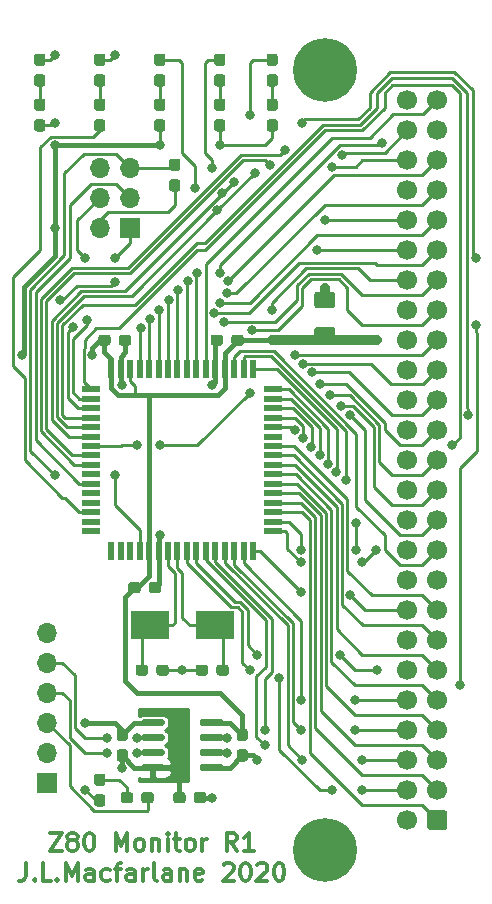
<source format=gtl>
%TF.GenerationSoftware,KiCad,Pcbnew,5.1.8-db9833491~88~ubuntu18.04.1*%
%TF.CreationDate,2020-12-07T14:30:44+00:00*%
%TF.ProjectId,z80_monitor,7a38305f-6d6f-46e6-9974-6f722e6b6963,1*%
%TF.SameCoordinates,Original*%
%TF.FileFunction,Copper,L1,Top*%
%TF.FilePolarity,Positive*%
%FSLAX46Y46*%
G04 Gerber Fmt 4.6, Leading zero omitted, Abs format (unit mm)*
G04 Created by KiCad (PCBNEW 5.1.8-db9833491~88~ubuntu18.04.1) date 2020-12-07 14:30:44*
%MOMM*%
%LPD*%
G01*
G04 APERTURE LIST*
%TA.AperFunction,NonConductor*%
%ADD10C,0.300000*%
%TD*%
%TA.AperFunction,ComponentPad*%
%ADD11C,0.800000*%
%TD*%
%TA.AperFunction,ComponentPad*%
%ADD12C,5.400000*%
%TD*%
%TA.AperFunction,SMDPad,CuDef*%
%ADD13R,1.500000X0.550000*%
%TD*%
%TA.AperFunction,SMDPad,CuDef*%
%ADD14R,0.550000X1.500000*%
%TD*%
%TA.AperFunction,ComponentPad*%
%ADD15C,1.700000*%
%TD*%
%TA.AperFunction,ComponentPad*%
%ADD16O,1.700000X1.700000*%
%TD*%
%TA.AperFunction,ComponentPad*%
%ADD17R,1.700000X1.700000*%
%TD*%
%TA.AperFunction,SMDPad,CuDef*%
%ADD18R,3.325000X2.400000*%
%TD*%
%TA.AperFunction,ViaPad*%
%ADD19C,0.800000*%
%TD*%
%TA.AperFunction,Conductor*%
%ADD20C,0.406400*%
%TD*%
%TA.AperFunction,Conductor*%
%ADD21C,0.250000*%
%TD*%
%TA.AperFunction,Conductor*%
%ADD22C,0.812800*%
%TD*%
%TA.AperFunction,Conductor*%
%ADD23C,0.254000*%
%TD*%
%TA.AperFunction,Conductor*%
%ADD24C,0.100000*%
%TD*%
G04 APERTURE END LIST*
D10*
X106891428Y-120458571D02*
X107891428Y-120458571D01*
X106891428Y-121958571D01*
X107891428Y-121958571D01*
X108677142Y-121101428D02*
X108534285Y-121030000D01*
X108462857Y-120958571D01*
X108391428Y-120815714D01*
X108391428Y-120744285D01*
X108462857Y-120601428D01*
X108534285Y-120530000D01*
X108677142Y-120458571D01*
X108962857Y-120458571D01*
X109105714Y-120530000D01*
X109177142Y-120601428D01*
X109248571Y-120744285D01*
X109248571Y-120815714D01*
X109177142Y-120958571D01*
X109105714Y-121030000D01*
X108962857Y-121101428D01*
X108677142Y-121101428D01*
X108534285Y-121172857D01*
X108462857Y-121244285D01*
X108391428Y-121387142D01*
X108391428Y-121672857D01*
X108462857Y-121815714D01*
X108534285Y-121887142D01*
X108677142Y-121958571D01*
X108962857Y-121958571D01*
X109105714Y-121887142D01*
X109177142Y-121815714D01*
X109248571Y-121672857D01*
X109248571Y-121387142D01*
X109177142Y-121244285D01*
X109105714Y-121172857D01*
X108962857Y-121101428D01*
X110177142Y-120458571D02*
X110320000Y-120458571D01*
X110462857Y-120530000D01*
X110534285Y-120601428D01*
X110605714Y-120744285D01*
X110677142Y-121030000D01*
X110677142Y-121387142D01*
X110605714Y-121672857D01*
X110534285Y-121815714D01*
X110462857Y-121887142D01*
X110320000Y-121958571D01*
X110177142Y-121958571D01*
X110034285Y-121887142D01*
X109962857Y-121815714D01*
X109891428Y-121672857D01*
X109820000Y-121387142D01*
X109820000Y-121030000D01*
X109891428Y-120744285D01*
X109962857Y-120601428D01*
X110034285Y-120530000D01*
X110177142Y-120458571D01*
X112462857Y-121958571D02*
X112462857Y-120458571D01*
X112962857Y-121530000D01*
X113462857Y-120458571D01*
X113462857Y-121958571D01*
X114391428Y-121958571D02*
X114248571Y-121887142D01*
X114177142Y-121815714D01*
X114105714Y-121672857D01*
X114105714Y-121244285D01*
X114177142Y-121101428D01*
X114248571Y-121030000D01*
X114391428Y-120958571D01*
X114605714Y-120958571D01*
X114748571Y-121030000D01*
X114820000Y-121101428D01*
X114891428Y-121244285D01*
X114891428Y-121672857D01*
X114820000Y-121815714D01*
X114748571Y-121887142D01*
X114605714Y-121958571D01*
X114391428Y-121958571D01*
X115534285Y-120958571D02*
X115534285Y-121958571D01*
X115534285Y-121101428D02*
X115605714Y-121030000D01*
X115748571Y-120958571D01*
X115962857Y-120958571D01*
X116105714Y-121030000D01*
X116177142Y-121172857D01*
X116177142Y-121958571D01*
X116891428Y-121958571D02*
X116891428Y-120958571D01*
X116891428Y-120458571D02*
X116819999Y-120530000D01*
X116891428Y-120601428D01*
X116962857Y-120530000D01*
X116891428Y-120458571D01*
X116891428Y-120601428D01*
X117391428Y-120958571D02*
X117962857Y-120958571D01*
X117605714Y-120458571D02*
X117605714Y-121744285D01*
X117677142Y-121887142D01*
X117819999Y-121958571D01*
X117962857Y-121958571D01*
X118677142Y-121958571D02*
X118534285Y-121887142D01*
X118462857Y-121815714D01*
X118391428Y-121672857D01*
X118391428Y-121244285D01*
X118462857Y-121101428D01*
X118534285Y-121030000D01*
X118677142Y-120958571D01*
X118891428Y-120958571D01*
X119034285Y-121030000D01*
X119105714Y-121101428D01*
X119177142Y-121244285D01*
X119177142Y-121672857D01*
X119105714Y-121815714D01*
X119034285Y-121887142D01*
X118891428Y-121958571D01*
X118677142Y-121958571D01*
X119819999Y-121958571D02*
X119819999Y-120958571D01*
X119819999Y-121244285D02*
X119891428Y-121101428D01*
X119962857Y-121030000D01*
X120105714Y-120958571D01*
X120248571Y-120958571D01*
X122748571Y-121958571D02*
X122248571Y-121244285D01*
X121891428Y-121958571D02*
X121891428Y-120458571D01*
X122462857Y-120458571D01*
X122605714Y-120530000D01*
X122677142Y-120601428D01*
X122748571Y-120744285D01*
X122748571Y-120958571D01*
X122677142Y-121101428D01*
X122605714Y-121172857D01*
X122462857Y-121244285D01*
X121891428Y-121244285D01*
X124177142Y-121958571D02*
X123319999Y-121958571D01*
X123748571Y-121958571D02*
X123748571Y-120458571D01*
X123605714Y-120672857D01*
X123462857Y-120815714D01*
X123319999Y-120887142D01*
X104891428Y-123008571D02*
X104891428Y-124080000D01*
X104820000Y-124294285D01*
X104677142Y-124437142D01*
X104462857Y-124508571D01*
X104320000Y-124508571D01*
X105605714Y-124365714D02*
X105677142Y-124437142D01*
X105605714Y-124508571D01*
X105534285Y-124437142D01*
X105605714Y-124365714D01*
X105605714Y-124508571D01*
X107034285Y-124508571D02*
X106320000Y-124508571D01*
X106320000Y-123008571D01*
X107534285Y-124365714D02*
X107605714Y-124437142D01*
X107534285Y-124508571D01*
X107462857Y-124437142D01*
X107534285Y-124365714D01*
X107534285Y-124508571D01*
X108248571Y-124508571D02*
X108248571Y-123008571D01*
X108748571Y-124080000D01*
X109248571Y-123008571D01*
X109248571Y-124508571D01*
X110605714Y-124508571D02*
X110605714Y-123722857D01*
X110534285Y-123580000D01*
X110391428Y-123508571D01*
X110105714Y-123508571D01*
X109962857Y-123580000D01*
X110605714Y-124437142D02*
X110462857Y-124508571D01*
X110105714Y-124508571D01*
X109962857Y-124437142D01*
X109891428Y-124294285D01*
X109891428Y-124151428D01*
X109962857Y-124008571D01*
X110105714Y-123937142D01*
X110462857Y-123937142D01*
X110605714Y-123865714D01*
X111962857Y-124437142D02*
X111820000Y-124508571D01*
X111534285Y-124508571D01*
X111391428Y-124437142D01*
X111320000Y-124365714D01*
X111248571Y-124222857D01*
X111248571Y-123794285D01*
X111320000Y-123651428D01*
X111391428Y-123580000D01*
X111534285Y-123508571D01*
X111820000Y-123508571D01*
X111962857Y-123580000D01*
X112391428Y-123508571D02*
X112962857Y-123508571D01*
X112605714Y-124508571D02*
X112605714Y-123222857D01*
X112677142Y-123080000D01*
X112820000Y-123008571D01*
X112962857Y-123008571D01*
X114105714Y-124508571D02*
X114105714Y-123722857D01*
X114034285Y-123580000D01*
X113891428Y-123508571D01*
X113605714Y-123508571D01*
X113462857Y-123580000D01*
X114105714Y-124437142D02*
X113962857Y-124508571D01*
X113605714Y-124508571D01*
X113462857Y-124437142D01*
X113391428Y-124294285D01*
X113391428Y-124151428D01*
X113462857Y-124008571D01*
X113605714Y-123937142D01*
X113962857Y-123937142D01*
X114105714Y-123865714D01*
X114820000Y-124508571D02*
X114820000Y-123508571D01*
X114820000Y-123794285D02*
X114891428Y-123651428D01*
X114962857Y-123580000D01*
X115105714Y-123508571D01*
X115248571Y-123508571D01*
X115962857Y-124508571D02*
X115820000Y-124437142D01*
X115748571Y-124294285D01*
X115748571Y-123008571D01*
X117177142Y-124508571D02*
X117177142Y-123722857D01*
X117105714Y-123580000D01*
X116962857Y-123508571D01*
X116677142Y-123508571D01*
X116534285Y-123580000D01*
X117177142Y-124437142D02*
X117034285Y-124508571D01*
X116677142Y-124508571D01*
X116534285Y-124437142D01*
X116462857Y-124294285D01*
X116462857Y-124151428D01*
X116534285Y-124008571D01*
X116677142Y-123937142D01*
X117034285Y-123937142D01*
X117177142Y-123865714D01*
X117891428Y-123508571D02*
X117891428Y-124508571D01*
X117891428Y-123651428D02*
X117962857Y-123580000D01*
X118105714Y-123508571D01*
X118320000Y-123508571D01*
X118462857Y-123580000D01*
X118534285Y-123722857D01*
X118534285Y-124508571D01*
X119820000Y-124437142D02*
X119677142Y-124508571D01*
X119391428Y-124508571D01*
X119248571Y-124437142D01*
X119177142Y-124294285D01*
X119177142Y-123722857D01*
X119248571Y-123580000D01*
X119391428Y-123508571D01*
X119677142Y-123508571D01*
X119820000Y-123580000D01*
X119891428Y-123722857D01*
X119891428Y-123865714D01*
X119177142Y-124008571D01*
X121605714Y-123151428D02*
X121677142Y-123080000D01*
X121820000Y-123008571D01*
X122177142Y-123008571D01*
X122320000Y-123080000D01*
X122391428Y-123151428D01*
X122462857Y-123294285D01*
X122462857Y-123437142D01*
X122391428Y-123651428D01*
X121534285Y-124508571D01*
X122462857Y-124508571D01*
X123391428Y-123008571D02*
X123534285Y-123008571D01*
X123677142Y-123080000D01*
X123748571Y-123151428D01*
X123820000Y-123294285D01*
X123891428Y-123580000D01*
X123891428Y-123937142D01*
X123820000Y-124222857D01*
X123748571Y-124365714D01*
X123677142Y-124437142D01*
X123534285Y-124508571D01*
X123391428Y-124508571D01*
X123248571Y-124437142D01*
X123177142Y-124365714D01*
X123105714Y-124222857D01*
X123034285Y-123937142D01*
X123034285Y-123580000D01*
X123105714Y-123294285D01*
X123177142Y-123151428D01*
X123248571Y-123080000D01*
X123391428Y-123008571D01*
X124462857Y-123151428D02*
X124534285Y-123080000D01*
X124677142Y-123008571D01*
X125034285Y-123008571D01*
X125177142Y-123080000D01*
X125248571Y-123151428D01*
X125320000Y-123294285D01*
X125320000Y-123437142D01*
X125248571Y-123651428D01*
X124391428Y-124508571D01*
X125320000Y-124508571D01*
X126248571Y-123008571D02*
X126391428Y-123008571D01*
X126534285Y-123080000D01*
X126605714Y-123151428D01*
X126677142Y-123294285D01*
X126748571Y-123580000D01*
X126748571Y-123937142D01*
X126677142Y-124222857D01*
X126605714Y-124365714D01*
X126534285Y-124437142D01*
X126391428Y-124508571D01*
X126248571Y-124508571D01*
X126105714Y-124437142D01*
X126034285Y-124365714D01*
X125962857Y-124222857D01*
X125891428Y-123937142D01*
X125891428Y-123580000D01*
X125962857Y-123294285D01*
X126034285Y-123151428D01*
X126105714Y-123080000D01*
X126248571Y-123008571D01*
D11*
%TO.P,H2,1*%
%TO.N,GND*%
X131606891Y-120488109D03*
X130175000Y-119895000D03*
X128743109Y-120488109D03*
X128150000Y-121920000D03*
X128743109Y-123351891D03*
X130175000Y-123945000D03*
X131606891Y-123351891D03*
X132200000Y-121920000D03*
D12*
X130175000Y-121920000D03*
%TD*%
D11*
%TO.P,H1,1*%
%TO.N,GND*%
X131606891Y-54448109D03*
X130175000Y-53855000D03*
X128743109Y-54448109D03*
X128150000Y-55880000D03*
X128743109Y-57311891D03*
X130175000Y-57905000D03*
X131606891Y-57311891D03*
X132200000Y-55880000D03*
D12*
X130175000Y-55880000D03*
%TD*%
%TO.P,C2,2*%
%TO.N,GND*%
%TA.AperFunction,SMDPad,CuDef*%
G36*
G01*
X119095000Y-117712500D02*
X119095000Y-117237500D01*
G75*
G02*
X119332500Y-117000000I237500J0D01*
G01*
X119907500Y-117000000D01*
G75*
G02*
X120145000Y-117237500I0J-237500D01*
G01*
X120145000Y-117712500D01*
G75*
G02*
X119907500Y-117950000I-237500J0D01*
G01*
X119332500Y-117950000D01*
G75*
G02*
X119095000Y-117712500I0J237500D01*
G01*
G37*
%TD.AperFunction*%
%TO.P,C2,1*%
%TO.N,/ISO_GND*%
%TA.AperFunction,SMDPad,CuDef*%
G36*
G01*
X117345000Y-117712500D02*
X117345000Y-117237500D01*
G75*
G02*
X117582500Y-117000000I237500J0D01*
G01*
X118157500Y-117000000D01*
G75*
G02*
X118395000Y-117237500I0J-237500D01*
G01*
X118395000Y-117712500D01*
G75*
G02*
X118157500Y-117950000I-237500J0D01*
G01*
X117582500Y-117950000D01*
G75*
G02*
X117345000Y-117712500I0J237500D01*
G01*
G37*
%TD.AperFunction*%
%TD*%
%TO.P,D5,2*%
%TO.N,Net-(D5-Pad2)*%
%TA.AperFunction,SMDPad,CuDef*%
G36*
G01*
X121047500Y-56230000D02*
X121522500Y-56230000D01*
G75*
G02*
X121760000Y-56467500I0J-237500D01*
G01*
X121760000Y-57042500D01*
G75*
G02*
X121522500Y-57280000I-237500J0D01*
G01*
X121047500Y-57280000D01*
G75*
G02*
X120810000Y-57042500I0J237500D01*
G01*
X120810000Y-56467500D01*
G75*
G02*
X121047500Y-56230000I237500J0D01*
G01*
G37*
%TD.AperFunction*%
%TO.P,D5,1*%
%TO.N,/~BUSAK~*%
%TA.AperFunction,SMDPad,CuDef*%
G36*
G01*
X121047500Y-54480000D02*
X121522500Y-54480000D01*
G75*
G02*
X121760000Y-54717500I0J-237500D01*
G01*
X121760000Y-55292500D01*
G75*
G02*
X121522500Y-55530000I-237500J0D01*
G01*
X121047500Y-55530000D01*
G75*
G02*
X120810000Y-55292500I0J237500D01*
G01*
X120810000Y-54717500D01*
G75*
G02*
X121047500Y-54480000I237500J0D01*
G01*
G37*
%TD.AperFunction*%
%TD*%
D13*
%TO.P,U2,1*%
%TO.N,/~NMI~*%
X110410000Y-82900000D03*
%TO.P,U2,2*%
%TO.N,/PDI*%
X110410000Y-83700000D03*
%TO.P,U2,3*%
%TO.N,/PDO*%
X110410000Y-84500000D03*
%TO.P,U2,4*%
%TO.N,/RSVD0*%
X110410000Y-85300000D03*
%TO.P,U2,5*%
%TO.N,/~BUSRQ~*%
X110410000Y-86100000D03*
%TO.P,U2,6*%
%TO.N,/~BUSAK~*%
X110410000Y-86900000D03*
%TO.P,U2,7*%
%TO.N,/~HALT~*%
X110410000Y-87700000D03*
%TO.P,U2,8*%
%TO.N,/RSVD1*%
X110410000Y-88500000D03*
%TO.P,U2,9*%
%TO.N,/RSVD2*%
X110410000Y-89300000D03*
%TO.P,U2,10*%
%TO.N,Net-(U2-Pad10)*%
X110410000Y-90100000D03*
%TO.P,U2,11*%
%TO.N,/SCK*%
X110410000Y-90900000D03*
%TO.P,U2,12*%
%TO.N,Net-(U2-Pad12)*%
X110410000Y-91700000D03*
%TO.P,U2,13*%
%TO.N,Net-(U2-Pad13)*%
X110410000Y-92500000D03*
%TO.P,U2,14*%
%TO.N,Net-(R3-Pad2)*%
X110410000Y-93300000D03*
%TO.P,U2,15*%
%TO.N,Net-(U2-Pad15)*%
X110410000Y-94100000D03*
%TO.P,U2,16*%
%TO.N,Net-(U2-Pad16)*%
X110410000Y-94900000D03*
D14*
%TO.P,U2,17*%
%TO.N,Net-(U2-Pad17)*%
X112110000Y-96600000D03*
%TO.P,U2,18*%
%TO.N,Net-(U2-Pad18)*%
X112910000Y-96600000D03*
%TO.P,U2,19*%
%TO.N,Net-(U2-Pad19)*%
X113710000Y-96600000D03*
%TO.P,U2,20*%
%TO.N,/~RST~*%
X114510000Y-96600000D03*
%TO.P,U2,21*%
%TO.N,+5V*%
X115310000Y-96600000D03*
%TO.P,U2,22*%
%TO.N,GND*%
X116110000Y-96600000D03*
%TO.P,U2,23*%
%TO.N,Net-(C4-Pad1)*%
X116910000Y-96600000D03*
%TO.P,U2,24*%
%TO.N,Net-(C3-Pad1)*%
X117710000Y-96600000D03*
%TO.P,U2,25*%
%TO.N,/~IORQ~*%
X118510000Y-96600000D03*
%TO.P,U2,26*%
%TO.N,/~MREQ~*%
X119310000Y-96600000D03*
%TO.P,U2,27*%
%TO.N,/RXD1*%
X120110000Y-96600000D03*
%TO.P,U2,28*%
%TO.N,/TXD1*%
X120910000Y-96600000D03*
%TO.P,U2,29*%
%TO.N,/~RD~*%
X121710000Y-96600000D03*
%TO.P,U2,30*%
%TO.N,/~WR~*%
X122510000Y-96600000D03*
%TO.P,U2,31*%
%TO.N,/~M1~*%
X123310000Y-96600000D03*
%TO.P,U2,32*%
%TO.N,/~RESET~*%
X124110000Y-96600000D03*
D13*
%TO.P,U2,33*%
%TO.N,/~WAIT~*%
X125810000Y-94900000D03*
%TO.P,U2,34*%
%TO.N,/~INT~*%
X125810000Y-94100000D03*
%TO.P,U2,35*%
%TO.N,/D0*%
X125810000Y-93300000D03*
%TO.P,U2,36*%
%TO.N,/D1*%
X125810000Y-92500000D03*
%TO.P,U2,37*%
%TO.N,/D2*%
X125810000Y-91700000D03*
%TO.P,U2,38*%
%TO.N,/D3*%
X125810000Y-90900000D03*
%TO.P,U2,39*%
%TO.N,/D4*%
X125810000Y-90100000D03*
%TO.P,U2,40*%
%TO.N,/D5*%
X125810000Y-89300000D03*
%TO.P,U2,41*%
%TO.N,/D6*%
X125810000Y-88500000D03*
%TO.P,U2,42*%
%TO.N,/D7*%
X125810000Y-87700000D03*
%TO.P,U2,43*%
%TO.N,Net-(U2-Pad43)*%
X125810000Y-86900000D03*
%TO.P,U2,44*%
%TO.N,/A7*%
X125810000Y-86100000D03*
%TO.P,U2,45*%
%TO.N,/A6*%
X125810000Y-85300000D03*
%TO.P,U2,46*%
%TO.N,/A5*%
X125810000Y-84500000D03*
%TO.P,U2,47*%
%TO.N,/A4*%
X125810000Y-83700000D03*
%TO.P,U2,48*%
%TO.N,/A3*%
X125810000Y-82900000D03*
D14*
%TO.P,U2,49*%
%TO.N,/A2*%
X124110000Y-81200000D03*
%TO.P,U2,50*%
%TO.N,/A1*%
X123310000Y-81200000D03*
%TO.P,U2,51*%
%TO.N,/A0*%
X122510000Y-81200000D03*
%TO.P,U2,52*%
%TO.N,+5V*%
X121710000Y-81200000D03*
%TO.P,U2,53*%
%TO.N,GND*%
X120910000Y-81200000D03*
%TO.P,U2,54*%
%TO.N,/A15*%
X120110000Y-81200000D03*
%TO.P,U2,55*%
%TO.N,/A14*%
X119310000Y-81200000D03*
%TO.P,U2,56*%
%TO.N,/A13*%
X118510000Y-81200000D03*
%TO.P,U2,57*%
%TO.N,/A12*%
X117710000Y-81200000D03*
%TO.P,U2,58*%
%TO.N,/A11*%
X116910000Y-81200000D03*
%TO.P,U2,59*%
%TO.N,/A10*%
X116110000Y-81200000D03*
%TO.P,U2,60*%
%TO.N,/A9*%
X115310000Y-81200000D03*
%TO.P,U2,61*%
%TO.N,/A8*%
X114510000Y-81200000D03*
%TO.P,U2,62*%
%TO.N,+5V*%
X113710000Y-81200000D03*
%TO.P,U2,63*%
%TO.N,GND*%
X112910000Y-81200000D03*
%TO.P,U2,64*%
%TO.N,+5V*%
X112110000Y-81200000D03*
%TD*%
%TO.P,C5,2*%
%TO.N,+5V*%
%TA.AperFunction,SMDPad,CuDef*%
G36*
G01*
X123427500Y-112680000D02*
X122952500Y-112680000D01*
G75*
G02*
X122715000Y-112442500I0J237500D01*
G01*
X122715000Y-111867500D01*
G75*
G02*
X122952500Y-111630000I237500J0D01*
G01*
X123427500Y-111630000D01*
G75*
G02*
X123665000Y-111867500I0J-237500D01*
G01*
X123665000Y-112442500D01*
G75*
G02*
X123427500Y-112680000I-237500J0D01*
G01*
G37*
%TD.AperFunction*%
%TO.P,C5,1*%
%TO.N,GND*%
%TA.AperFunction,SMDPad,CuDef*%
G36*
G01*
X123427500Y-114430000D02*
X122952500Y-114430000D01*
G75*
G02*
X122715000Y-114192500I0J237500D01*
G01*
X122715000Y-113617500D01*
G75*
G02*
X122952500Y-113380000I237500J0D01*
G01*
X123427500Y-113380000D01*
G75*
G02*
X123665000Y-113617500I0J-237500D01*
G01*
X123665000Y-114192500D01*
G75*
G02*
X123427500Y-114430000I-237500J0D01*
G01*
G37*
%TD.AperFunction*%
%TD*%
%TO.P,C8,2*%
%TO.N,GND*%
%TA.AperFunction,SMDPad,CuDef*%
G36*
G01*
X115285000Y-99932500D02*
X115285000Y-99457500D01*
G75*
G02*
X115522500Y-99220000I237500J0D01*
G01*
X116097500Y-99220000D01*
G75*
G02*
X116335000Y-99457500I0J-237500D01*
G01*
X116335000Y-99932500D01*
G75*
G02*
X116097500Y-100170000I-237500J0D01*
G01*
X115522500Y-100170000D01*
G75*
G02*
X115285000Y-99932500I0J237500D01*
G01*
G37*
%TD.AperFunction*%
%TO.P,C8,1*%
%TO.N,+5V*%
%TA.AperFunction,SMDPad,CuDef*%
G36*
G01*
X113535000Y-99932500D02*
X113535000Y-99457500D01*
G75*
G02*
X113772500Y-99220000I237500J0D01*
G01*
X114347500Y-99220000D01*
G75*
G02*
X114585000Y-99457500I0J-237500D01*
G01*
X114585000Y-99932500D01*
G75*
G02*
X114347500Y-100170000I-237500J0D01*
G01*
X113772500Y-100170000D01*
G75*
G02*
X113535000Y-99932500I0J237500D01*
G01*
G37*
%TD.AperFunction*%
%TD*%
%TO.P,C1,2*%
%TO.N,Net-(C1-Pad2)*%
%TA.AperFunction,SMDPad,CuDef*%
G36*
G01*
X113267500Y-112680000D02*
X112792500Y-112680000D01*
G75*
G02*
X112555000Y-112442500I0J237500D01*
G01*
X112555000Y-111867500D01*
G75*
G02*
X112792500Y-111630000I237500J0D01*
G01*
X113267500Y-111630000D01*
G75*
G02*
X113505000Y-111867500I0J-237500D01*
G01*
X113505000Y-112442500D01*
G75*
G02*
X113267500Y-112680000I-237500J0D01*
G01*
G37*
%TD.AperFunction*%
%TO.P,C1,1*%
%TO.N,/ISO_GND*%
%TA.AperFunction,SMDPad,CuDef*%
G36*
G01*
X113267500Y-114430000D02*
X112792500Y-114430000D01*
G75*
G02*
X112555000Y-114192500I0J237500D01*
G01*
X112555000Y-113617500D01*
G75*
G02*
X112792500Y-113380000I237500J0D01*
G01*
X113267500Y-113380000D01*
G75*
G02*
X113505000Y-113617500I0J-237500D01*
G01*
X113505000Y-114192500D01*
G75*
G02*
X113267500Y-114430000I-237500J0D01*
G01*
G37*
%TD.AperFunction*%
%TD*%
D15*
%TO.P,J3,50*%
%TO.N,GND*%
X137160000Y-58420000D03*
%TO.P,J3,48*%
%TO.N,/RSVD2*%
X137160000Y-60960000D03*
%TO.P,J3,46*%
%TO.N,/RSVD1*%
X137160000Y-63500000D03*
%TO.P,J3,44*%
%TO.N,GND*%
X137160000Y-66040000D03*
%TO.P,J3,42*%
%TO.N,/~BUSRQ~*%
X137160000Y-68580000D03*
%TO.P,J3,40*%
%TO.N,/~BUSAK~*%
X137160000Y-71120000D03*
%TO.P,J3,38*%
%TO.N,/~HALT~*%
X137160000Y-73660000D03*
%TO.P,J3,36*%
%TO.N,/~MREQ~*%
X137160000Y-76200000D03*
%TO.P,J3,34*%
%TO.N,GND*%
X137160000Y-78740000D03*
%TO.P,J3,32*%
%TO.N,+5V*%
X137160000Y-81280000D03*
%TO.P,J3,30*%
X137160000Y-83820000D03*
%TO.P,J3,28*%
%TO.N,/RSVD0*%
X137160000Y-86360000D03*
%TO.P,J3,26*%
%TO.N,/~NMI~*%
X137160000Y-88900000D03*
%TO.P,J3,24*%
%TO.N,GND*%
X137160000Y-91440000D03*
%TO.P,J3,22*%
%TO.N,/~INT~*%
X137160000Y-93980000D03*
%TO.P,J3,20*%
%TO.N,/~WAIT~*%
X137160000Y-96520000D03*
%TO.P,J3,18*%
%TO.N,GND*%
X137160000Y-99060000D03*
%TO.P,J3,16*%
%TO.N,/~RESET~*%
X137160000Y-101600000D03*
%TO.P,J3,14*%
%TO.N,/CLK*%
X137160000Y-104140000D03*
%TO.P,J3,12*%
%TO.N,GND*%
X137160000Y-106680000D03*
%TO.P,J3,10*%
%TO.N,/~M1~*%
X137160000Y-109220000D03*
%TO.P,J3,8*%
%TO.N,/~WR~*%
X137160000Y-111760000D03*
%TO.P,J3,6*%
%TO.N,/~RD~*%
X137160000Y-114300000D03*
%TO.P,J3,4*%
%TO.N,/~IORQ~*%
X137160000Y-116840000D03*
%TO.P,J3,2*%
%TO.N,GND*%
X137160000Y-119380000D03*
%TO.P,J3,49*%
%TO.N,/A15*%
X139700000Y-58420000D03*
%TO.P,J3,47*%
%TO.N,/A14*%
X139700000Y-60960000D03*
%TO.P,J3,45*%
%TO.N,/A13*%
X139700000Y-63500000D03*
%TO.P,J3,43*%
%TO.N,/A12*%
X139700000Y-66040000D03*
%TO.P,J3,41*%
%TO.N,/A11*%
X139700000Y-68580000D03*
%TO.P,J3,39*%
%TO.N,/A10*%
X139700000Y-71120000D03*
%TO.P,J3,37*%
%TO.N,/A9*%
X139700000Y-73660000D03*
%TO.P,J3,35*%
%TO.N,/A8*%
X139700000Y-76200000D03*
%TO.P,J3,33*%
%TO.N,/A7*%
X139700000Y-78740000D03*
%TO.P,J3,31*%
%TO.N,/A6*%
X139700000Y-81280000D03*
%TO.P,J3,29*%
%TO.N,/A5*%
X139700000Y-83820000D03*
%TO.P,J3,27*%
%TO.N,/A4*%
X139700000Y-86360000D03*
%TO.P,J3,25*%
%TO.N,/A3*%
X139700000Y-88900000D03*
%TO.P,J3,23*%
%TO.N,/A2*%
X139700000Y-91440000D03*
%TO.P,J3,21*%
%TO.N,/A1*%
X139700000Y-93980000D03*
%TO.P,J3,19*%
%TO.N,/A0*%
X139700000Y-96520000D03*
%TO.P,J3,17*%
%TO.N,GND*%
X139700000Y-99060000D03*
%TO.P,J3,15*%
%TO.N,/D7*%
X139700000Y-101600000D03*
%TO.P,J3,13*%
%TO.N,/D6*%
X139700000Y-104140000D03*
%TO.P,J3,11*%
%TO.N,/D5*%
X139700000Y-106680000D03*
%TO.P,J3,9*%
%TO.N,/D4*%
X139700000Y-109220000D03*
%TO.P,J3,7*%
%TO.N,/D3*%
X139700000Y-111760000D03*
%TO.P,J3,5*%
%TO.N,/D2*%
X139700000Y-114300000D03*
%TO.P,J3,3*%
%TO.N,/D1*%
X139700000Y-116840000D03*
%TO.P,J3,1*%
%TO.N,/D0*%
%TA.AperFunction,ComponentPad*%
G36*
G01*
X140550000Y-118780000D02*
X140550000Y-119980000D01*
G75*
G02*
X140300000Y-120230000I-250000J0D01*
G01*
X139100000Y-120230000D01*
G75*
G02*
X138850000Y-119980000I0J250000D01*
G01*
X138850000Y-118780000D01*
G75*
G02*
X139100000Y-118530000I250000J0D01*
G01*
X140300000Y-118530000D01*
G75*
G02*
X140550000Y-118780000I0J-250000D01*
G01*
G37*
%TD.AperFunction*%
%TD*%
%TO.P,R2,2*%
%TO.N,/~RST~*%
%TA.AperFunction,SMDPad,CuDef*%
G36*
G01*
X117712500Y-64420000D02*
X117237500Y-64420000D01*
G75*
G02*
X117000000Y-64182500I0J237500D01*
G01*
X117000000Y-63607500D01*
G75*
G02*
X117237500Y-63370000I237500J0D01*
G01*
X117712500Y-63370000D01*
G75*
G02*
X117950000Y-63607500I0J-237500D01*
G01*
X117950000Y-64182500D01*
G75*
G02*
X117712500Y-64420000I-237500J0D01*
G01*
G37*
%TD.AperFunction*%
%TO.P,R2,1*%
%TO.N,+5V*%
%TA.AperFunction,SMDPad,CuDef*%
G36*
G01*
X117712500Y-66170000D02*
X117237500Y-66170000D01*
G75*
G02*
X117000000Y-65932500I0J237500D01*
G01*
X117000000Y-65357500D01*
G75*
G02*
X117237500Y-65120000I237500J0D01*
G01*
X117712500Y-65120000D01*
G75*
G02*
X117950000Y-65357500I0J-237500D01*
G01*
X117950000Y-65932500D01*
G75*
G02*
X117712500Y-66170000I-237500J0D01*
G01*
G37*
%TD.AperFunction*%
%TD*%
D16*
%TO.P,J2,6*%
%TO.N,GND*%
X111125000Y-64135000D03*
%TO.P,J2,5*%
%TO.N,/~RST~*%
X113665000Y-64135000D03*
%TO.P,J2,4*%
%TO.N,/PDI*%
X111125000Y-66675000D03*
%TO.P,J2,3*%
%TO.N,/SCK*%
X113665000Y-66675000D03*
%TO.P,J2,2*%
%TO.N,+5V*%
X111125000Y-69215000D03*
D17*
%TO.P,J2,1*%
%TO.N,/PDO*%
X113665000Y-69215000D03*
%TD*%
%TO.P,C9,2*%
%TO.N,GND*%
%TA.AperFunction,SMDPad,CuDef*%
G36*
G01*
X130800000Y-76060000D02*
X129550000Y-76060000D01*
G75*
G02*
X129300000Y-75810000I0J250000D01*
G01*
X129300000Y-74885000D01*
G75*
G02*
X129550000Y-74635000I250000J0D01*
G01*
X130800000Y-74635000D01*
G75*
G02*
X131050000Y-74885000I0J-250000D01*
G01*
X131050000Y-75810000D01*
G75*
G02*
X130800000Y-76060000I-250000J0D01*
G01*
G37*
%TD.AperFunction*%
%TO.P,C9,1*%
%TO.N,+5V*%
%TA.AperFunction,SMDPad,CuDef*%
G36*
G01*
X130800000Y-79035000D02*
X129550000Y-79035000D01*
G75*
G02*
X129300000Y-78785000I0J250000D01*
G01*
X129300000Y-77860000D01*
G75*
G02*
X129550000Y-77610000I250000J0D01*
G01*
X130800000Y-77610000D01*
G75*
G02*
X131050000Y-77860000I0J-250000D01*
G01*
X131050000Y-78785000D01*
G75*
G02*
X130800000Y-79035000I-250000J0D01*
G01*
G37*
%TD.AperFunction*%
%TD*%
%TO.P,C7,2*%
%TO.N,GND*%
%TA.AperFunction,SMDPad,CuDef*%
G36*
G01*
X112745000Y-78977500D02*
X112745000Y-78502500D01*
G75*
G02*
X112982500Y-78265000I237500J0D01*
G01*
X113557500Y-78265000D01*
G75*
G02*
X113795000Y-78502500I0J-237500D01*
G01*
X113795000Y-78977500D01*
G75*
G02*
X113557500Y-79215000I-237500J0D01*
G01*
X112982500Y-79215000D01*
G75*
G02*
X112745000Y-78977500I0J237500D01*
G01*
G37*
%TD.AperFunction*%
%TO.P,C7,1*%
%TO.N,+5V*%
%TA.AperFunction,SMDPad,CuDef*%
G36*
G01*
X110995000Y-78977500D02*
X110995000Y-78502500D01*
G75*
G02*
X111232500Y-78265000I237500J0D01*
G01*
X111807500Y-78265000D01*
G75*
G02*
X112045000Y-78502500I0J-237500D01*
G01*
X112045000Y-78977500D01*
G75*
G02*
X111807500Y-79215000I-237500J0D01*
G01*
X111232500Y-79215000D01*
G75*
G02*
X110995000Y-78977500I0J237500D01*
G01*
G37*
%TD.AperFunction*%
%TD*%
%TO.P,C6,2*%
%TO.N,GND*%
%TA.AperFunction,SMDPad,CuDef*%
G36*
G01*
X121570000Y-78502500D02*
X121570000Y-78977500D01*
G75*
G02*
X121332500Y-79215000I-237500J0D01*
G01*
X120757500Y-79215000D01*
G75*
G02*
X120520000Y-78977500I0J237500D01*
G01*
X120520000Y-78502500D01*
G75*
G02*
X120757500Y-78265000I237500J0D01*
G01*
X121332500Y-78265000D01*
G75*
G02*
X121570000Y-78502500I0J-237500D01*
G01*
G37*
%TD.AperFunction*%
%TO.P,C6,1*%
%TO.N,+5V*%
%TA.AperFunction,SMDPad,CuDef*%
G36*
G01*
X123320000Y-78502500D02*
X123320000Y-78977500D01*
G75*
G02*
X123082500Y-79215000I-237500J0D01*
G01*
X122507500Y-79215000D01*
G75*
G02*
X122270000Y-78977500I0J237500D01*
G01*
X122270000Y-78502500D01*
G75*
G02*
X122507500Y-78265000I237500J0D01*
G01*
X123082500Y-78265000D01*
G75*
G02*
X123320000Y-78502500I0J-237500D01*
G01*
G37*
%TD.AperFunction*%
%TD*%
%TO.P,C4,2*%
%TO.N,GND*%
%TA.AperFunction,SMDPad,CuDef*%
G36*
G01*
X115920000Y-106917500D02*
X115920000Y-106442500D01*
G75*
G02*
X116157500Y-106205000I237500J0D01*
G01*
X116732500Y-106205000D01*
G75*
G02*
X116970000Y-106442500I0J-237500D01*
G01*
X116970000Y-106917500D01*
G75*
G02*
X116732500Y-107155000I-237500J0D01*
G01*
X116157500Y-107155000D01*
G75*
G02*
X115920000Y-106917500I0J237500D01*
G01*
G37*
%TD.AperFunction*%
%TO.P,C4,1*%
%TO.N,Net-(C4-Pad1)*%
%TA.AperFunction,SMDPad,CuDef*%
G36*
G01*
X114170000Y-106917500D02*
X114170000Y-106442500D01*
G75*
G02*
X114407500Y-106205000I237500J0D01*
G01*
X114982500Y-106205000D01*
G75*
G02*
X115220000Y-106442500I0J-237500D01*
G01*
X115220000Y-106917500D01*
G75*
G02*
X114982500Y-107155000I-237500J0D01*
G01*
X114407500Y-107155000D01*
G75*
G02*
X114170000Y-106917500I0J237500D01*
G01*
G37*
%TD.AperFunction*%
%TD*%
%TO.P,C3,2*%
%TO.N,GND*%
%TA.AperFunction,SMDPad,CuDef*%
G36*
G01*
X120300000Y-106442500D02*
X120300000Y-106917500D01*
G75*
G02*
X120062500Y-107155000I-237500J0D01*
G01*
X119487500Y-107155000D01*
G75*
G02*
X119250000Y-106917500I0J237500D01*
G01*
X119250000Y-106442500D01*
G75*
G02*
X119487500Y-106205000I237500J0D01*
G01*
X120062500Y-106205000D01*
G75*
G02*
X120300000Y-106442500I0J-237500D01*
G01*
G37*
%TD.AperFunction*%
%TO.P,C3,1*%
%TO.N,Net-(C3-Pad1)*%
%TA.AperFunction,SMDPad,CuDef*%
G36*
G01*
X122050000Y-106442500D02*
X122050000Y-106917500D01*
G75*
G02*
X121812500Y-107155000I-237500J0D01*
G01*
X121237500Y-107155000D01*
G75*
G02*
X121000000Y-106917500I0J237500D01*
G01*
X121000000Y-106442500D01*
G75*
G02*
X121237500Y-106205000I237500J0D01*
G01*
X121812500Y-106205000D01*
G75*
G02*
X122050000Y-106442500I0J-237500D01*
G01*
G37*
%TD.AperFunction*%
%TD*%
%TO.P,R7,2*%
%TO.N,Net-(D6-Pad2)*%
%TA.AperFunction,SMDPad,CuDef*%
G36*
G01*
X125967500Y-59340000D02*
X125492500Y-59340000D01*
G75*
G02*
X125255000Y-59102500I0J237500D01*
G01*
X125255000Y-58527500D01*
G75*
G02*
X125492500Y-58290000I237500J0D01*
G01*
X125967500Y-58290000D01*
G75*
G02*
X126205000Y-58527500I0J-237500D01*
G01*
X126205000Y-59102500D01*
G75*
G02*
X125967500Y-59340000I-237500J0D01*
G01*
G37*
%TD.AperFunction*%
%TO.P,R7,1*%
%TO.N,+5V*%
%TA.AperFunction,SMDPad,CuDef*%
G36*
G01*
X125967500Y-61090000D02*
X125492500Y-61090000D01*
G75*
G02*
X125255000Y-60852500I0J237500D01*
G01*
X125255000Y-60277500D01*
G75*
G02*
X125492500Y-60040000I237500J0D01*
G01*
X125967500Y-60040000D01*
G75*
G02*
X126205000Y-60277500I0J-237500D01*
G01*
X126205000Y-60852500D01*
G75*
G02*
X125967500Y-61090000I-237500J0D01*
G01*
G37*
%TD.AperFunction*%
%TD*%
%TO.P,R6,2*%
%TO.N,Net-(D5-Pad2)*%
%TA.AperFunction,SMDPad,CuDef*%
G36*
G01*
X121522500Y-59340000D02*
X121047500Y-59340000D01*
G75*
G02*
X120810000Y-59102500I0J237500D01*
G01*
X120810000Y-58527500D01*
G75*
G02*
X121047500Y-58290000I237500J0D01*
G01*
X121522500Y-58290000D01*
G75*
G02*
X121760000Y-58527500I0J-237500D01*
G01*
X121760000Y-59102500D01*
G75*
G02*
X121522500Y-59340000I-237500J0D01*
G01*
G37*
%TD.AperFunction*%
%TO.P,R6,1*%
%TO.N,+5V*%
%TA.AperFunction,SMDPad,CuDef*%
G36*
G01*
X121522500Y-61090000D02*
X121047500Y-61090000D01*
G75*
G02*
X120810000Y-60852500I0J237500D01*
G01*
X120810000Y-60277500D01*
G75*
G02*
X121047500Y-60040000I237500J0D01*
G01*
X121522500Y-60040000D01*
G75*
G02*
X121760000Y-60277500I0J-237500D01*
G01*
X121760000Y-60852500D01*
G75*
G02*
X121522500Y-61090000I-237500J0D01*
G01*
G37*
%TD.AperFunction*%
%TD*%
%TO.P,R5,2*%
%TO.N,Net-(D4-Pad2)*%
%TA.AperFunction,SMDPad,CuDef*%
G36*
G01*
X116442500Y-59340000D02*
X115967500Y-59340000D01*
G75*
G02*
X115730000Y-59102500I0J237500D01*
G01*
X115730000Y-58527500D01*
G75*
G02*
X115967500Y-58290000I237500J0D01*
G01*
X116442500Y-58290000D01*
G75*
G02*
X116680000Y-58527500I0J-237500D01*
G01*
X116680000Y-59102500D01*
G75*
G02*
X116442500Y-59340000I-237500J0D01*
G01*
G37*
%TD.AperFunction*%
%TO.P,R5,1*%
%TO.N,+5V*%
%TA.AperFunction,SMDPad,CuDef*%
G36*
G01*
X116442500Y-61090000D02*
X115967500Y-61090000D01*
G75*
G02*
X115730000Y-60852500I0J237500D01*
G01*
X115730000Y-60277500D01*
G75*
G02*
X115967500Y-60040000I237500J0D01*
G01*
X116442500Y-60040000D01*
G75*
G02*
X116680000Y-60277500I0J-237500D01*
G01*
X116680000Y-60852500D01*
G75*
G02*
X116442500Y-61090000I-237500J0D01*
G01*
G37*
%TD.AperFunction*%
%TD*%
%TO.P,R4,2*%
%TO.N,Net-(D3-Pad2)*%
%TA.AperFunction,SMDPad,CuDef*%
G36*
G01*
X106282500Y-59340000D02*
X105807500Y-59340000D01*
G75*
G02*
X105570000Y-59102500I0J237500D01*
G01*
X105570000Y-58527500D01*
G75*
G02*
X105807500Y-58290000I237500J0D01*
G01*
X106282500Y-58290000D01*
G75*
G02*
X106520000Y-58527500I0J-237500D01*
G01*
X106520000Y-59102500D01*
G75*
G02*
X106282500Y-59340000I-237500J0D01*
G01*
G37*
%TD.AperFunction*%
%TO.P,R4,1*%
%TO.N,+5V*%
%TA.AperFunction,SMDPad,CuDef*%
G36*
G01*
X106282500Y-61090000D02*
X105807500Y-61090000D01*
G75*
G02*
X105570000Y-60852500I0J237500D01*
G01*
X105570000Y-60277500D01*
G75*
G02*
X105807500Y-60040000I237500J0D01*
G01*
X106282500Y-60040000D01*
G75*
G02*
X106520000Y-60277500I0J-237500D01*
G01*
X106520000Y-60852500D01*
G75*
G02*
X106282500Y-61090000I-237500J0D01*
G01*
G37*
%TD.AperFunction*%
%TD*%
%TO.P,R3,2*%
%TO.N,Net-(R3-Pad2)*%
%TA.AperFunction,SMDPad,CuDef*%
G36*
G01*
X110887500Y-60040000D02*
X111362500Y-60040000D01*
G75*
G02*
X111600000Y-60277500I0J-237500D01*
G01*
X111600000Y-60852500D01*
G75*
G02*
X111362500Y-61090000I-237500J0D01*
G01*
X110887500Y-61090000D01*
G75*
G02*
X110650000Y-60852500I0J237500D01*
G01*
X110650000Y-60277500D01*
G75*
G02*
X110887500Y-60040000I237500J0D01*
G01*
G37*
%TD.AperFunction*%
%TO.P,R3,1*%
%TO.N,Net-(D2-Pad2)*%
%TA.AperFunction,SMDPad,CuDef*%
G36*
G01*
X110887500Y-58290000D02*
X111362500Y-58290000D01*
G75*
G02*
X111600000Y-58527500I0J-237500D01*
G01*
X111600000Y-59102500D01*
G75*
G02*
X111362500Y-59340000I-237500J0D01*
G01*
X110887500Y-59340000D01*
G75*
G02*
X110650000Y-59102500I0J237500D01*
G01*
X110650000Y-58527500D01*
G75*
G02*
X110887500Y-58290000I237500J0D01*
G01*
G37*
%TD.AperFunction*%
%TD*%
%TO.P,R1,2*%
%TO.N,Net-(D1-Pad2)*%
%TA.AperFunction,SMDPad,CuDef*%
G36*
G01*
X113950000Y-117237500D02*
X113950000Y-117712500D01*
G75*
G02*
X113712500Y-117950000I-237500J0D01*
G01*
X113137500Y-117950000D01*
G75*
G02*
X112900000Y-117712500I0J237500D01*
G01*
X112900000Y-117237500D01*
G75*
G02*
X113137500Y-117000000I237500J0D01*
G01*
X113712500Y-117000000D01*
G75*
G02*
X113950000Y-117237500I0J-237500D01*
G01*
G37*
%TD.AperFunction*%
%TO.P,R1,1*%
%TO.N,Net-(C1-Pad2)*%
%TA.AperFunction,SMDPad,CuDef*%
G36*
G01*
X115700000Y-117237500D02*
X115700000Y-117712500D01*
G75*
G02*
X115462500Y-117950000I-237500J0D01*
G01*
X114887500Y-117950000D01*
G75*
G02*
X114650000Y-117712500I0J237500D01*
G01*
X114650000Y-117237500D01*
G75*
G02*
X114887500Y-117000000I237500J0D01*
G01*
X115462500Y-117000000D01*
G75*
G02*
X115700000Y-117237500I0J-237500D01*
G01*
G37*
%TD.AperFunction*%
%TD*%
D16*
%TO.P,J1,6*%
%TO.N,Net-(J1-Pad6)*%
X106680000Y-103505000D03*
%TO.P,J1,5*%
%TO.N,Net-(J1-Pad5)*%
X106680000Y-106045000D03*
%TO.P,J1,4*%
%TO.N,Net-(J1-Pad4)*%
X106680000Y-108585000D03*
%TO.P,J1,3*%
%TO.N,Net-(C1-Pad2)*%
X106680000Y-111125000D03*
%TO.P,J1,2*%
%TO.N,Net-(J1-Pad2)*%
X106680000Y-113665000D03*
D17*
%TO.P,J1,1*%
%TO.N,/ISO_GND*%
X106680000Y-116205000D03*
%TD*%
%TO.P,D6,2*%
%TO.N,Net-(D6-Pad2)*%
%TA.AperFunction,SMDPad,CuDef*%
G36*
G01*
X125492500Y-56230000D02*
X125967500Y-56230000D01*
G75*
G02*
X126205000Y-56467500I0J-237500D01*
G01*
X126205000Y-57042500D01*
G75*
G02*
X125967500Y-57280000I-237500J0D01*
G01*
X125492500Y-57280000D01*
G75*
G02*
X125255000Y-57042500I0J237500D01*
G01*
X125255000Y-56467500D01*
G75*
G02*
X125492500Y-56230000I237500J0D01*
G01*
G37*
%TD.AperFunction*%
%TO.P,D6,1*%
%TO.N,/~HALT~*%
%TA.AperFunction,SMDPad,CuDef*%
G36*
G01*
X125492500Y-54480000D02*
X125967500Y-54480000D01*
G75*
G02*
X126205000Y-54717500I0J-237500D01*
G01*
X126205000Y-55292500D01*
G75*
G02*
X125967500Y-55530000I-237500J0D01*
G01*
X125492500Y-55530000D01*
G75*
G02*
X125255000Y-55292500I0J237500D01*
G01*
X125255000Y-54717500D01*
G75*
G02*
X125492500Y-54480000I237500J0D01*
G01*
G37*
%TD.AperFunction*%
%TD*%
%TO.P,D4,2*%
%TO.N,Net-(D4-Pad2)*%
%TA.AperFunction,SMDPad,CuDef*%
G36*
G01*
X115967500Y-56230000D02*
X116442500Y-56230000D01*
G75*
G02*
X116680000Y-56467500I0J-237500D01*
G01*
X116680000Y-57042500D01*
G75*
G02*
X116442500Y-57280000I-237500J0D01*
G01*
X115967500Y-57280000D01*
G75*
G02*
X115730000Y-57042500I0J237500D01*
G01*
X115730000Y-56467500D01*
G75*
G02*
X115967500Y-56230000I237500J0D01*
G01*
G37*
%TD.AperFunction*%
%TO.P,D4,1*%
%TO.N,/~BUSRQ~*%
%TA.AperFunction,SMDPad,CuDef*%
G36*
G01*
X115967500Y-54480000D02*
X116442500Y-54480000D01*
G75*
G02*
X116680000Y-54717500I0J-237500D01*
G01*
X116680000Y-55292500D01*
G75*
G02*
X116442500Y-55530000I-237500J0D01*
G01*
X115967500Y-55530000D01*
G75*
G02*
X115730000Y-55292500I0J237500D01*
G01*
X115730000Y-54717500D01*
G75*
G02*
X115967500Y-54480000I237500J0D01*
G01*
G37*
%TD.AperFunction*%
%TD*%
%TO.P,D3,2*%
%TO.N,Net-(D3-Pad2)*%
%TA.AperFunction,SMDPad,CuDef*%
G36*
G01*
X105807500Y-56230000D02*
X106282500Y-56230000D01*
G75*
G02*
X106520000Y-56467500I0J-237500D01*
G01*
X106520000Y-57042500D01*
G75*
G02*
X106282500Y-57280000I-237500J0D01*
G01*
X105807500Y-57280000D01*
G75*
G02*
X105570000Y-57042500I0J237500D01*
G01*
X105570000Y-56467500D01*
G75*
G02*
X105807500Y-56230000I237500J0D01*
G01*
G37*
%TD.AperFunction*%
%TO.P,D3,1*%
%TO.N,GND*%
%TA.AperFunction,SMDPad,CuDef*%
G36*
G01*
X105807500Y-54480000D02*
X106282500Y-54480000D01*
G75*
G02*
X106520000Y-54717500I0J-237500D01*
G01*
X106520000Y-55292500D01*
G75*
G02*
X106282500Y-55530000I-237500J0D01*
G01*
X105807500Y-55530000D01*
G75*
G02*
X105570000Y-55292500I0J237500D01*
G01*
X105570000Y-54717500D01*
G75*
G02*
X105807500Y-54480000I237500J0D01*
G01*
G37*
%TD.AperFunction*%
%TD*%
%TO.P,D2,2*%
%TO.N,Net-(D2-Pad2)*%
%TA.AperFunction,SMDPad,CuDef*%
G36*
G01*
X110887500Y-56230000D02*
X111362500Y-56230000D01*
G75*
G02*
X111600000Y-56467500I0J-237500D01*
G01*
X111600000Y-57042500D01*
G75*
G02*
X111362500Y-57280000I-237500J0D01*
G01*
X110887500Y-57280000D01*
G75*
G02*
X110650000Y-57042500I0J237500D01*
G01*
X110650000Y-56467500D01*
G75*
G02*
X110887500Y-56230000I237500J0D01*
G01*
G37*
%TD.AperFunction*%
%TO.P,D2,1*%
%TO.N,GND*%
%TA.AperFunction,SMDPad,CuDef*%
G36*
G01*
X110887500Y-54480000D02*
X111362500Y-54480000D01*
G75*
G02*
X111600000Y-54717500I0J-237500D01*
G01*
X111600000Y-55292500D01*
G75*
G02*
X111362500Y-55530000I-237500J0D01*
G01*
X110887500Y-55530000D01*
G75*
G02*
X110650000Y-55292500I0J237500D01*
G01*
X110650000Y-54717500D01*
G75*
G02*
X110887500Y-54480000I237500J0D01*
G01*
G37*
%TD.AperFunction*%
%TD*%
%TO.P,D1,2*%
%TO.N,Net-(D1-Pad2)*%
%TA.AperFunction,SMDPad,CuDef*%
G36*
G01*
X111362500Y-116490000D02*
X110887500Y-116490000D01*
G75*
G02*
X110650000Y-116252500I0J237500D01*
G01*
X110650000Y-115677500D01*
G75*
G02*
X110887500Y-115440000I237500J0D01*
G01*
X111362500Y-115440000D01*
G75*
G02*
X111600000Y-115677500I0J-237500D01*
G01*
X111600000Y-116252500D01*
G75*
G02*
X111362500Y-116490000I-237500J0D01*
G01*
G37*
%TD.AperFunction*%
%TO.P,D1,1*%
%TO.N,/ISO_GND*%
%TA.AperFunction,SMDPad,CuDef*%
G36*
G01*
X111362500Y-118240000D02*
X110887500Y-118240000D01*
G75*
G02*
X110650000Y-118002500I0J237500D01*
G01*
X110650000Y-117427500D01*
G75*
G02*
X110887500Y-117190000I237500J0D01*
G01*
X111362500Y-117190000D01*
G75*
G02*
X111600000Y-117427500I0J-237500D01*
G01*
X111600000Y-118002500D01*
G75*
G02*
X111362500Y-118240000I-237500J0D01*
G01*
G37*
%TD.AperFunction*%
%TD*%
D18*
%TO.P,Y1,2*%
%TO.N,Net-(C3-Pad1)*%
X120872500Y-102870000D03*
%TO.P,Y1,1*%
%TO.N,Net-(C4-Pad1)*%
X115347500Y-102870000D03*
%TD*%
%TO.P,U1,8*%
%TO.N,+5V*%
%TA.AperFunction,SMDPad,CuDef*%
G36*
G01*
X119610000Y-111275000D02*
X119610000Y-110975000D01*
G75*
G02*
X119760000Y-110825000I150000J0D01*
G01*
X121410000Y-110825000D01*
G75*
G02*
X121560000Y-110975000I0J-150000D01*
G01*
X121560000Y-111275000D01*
G75*
G02*
X121410000Y-111425000I-150000J0D01*
G01*
X119760000Y-111425000D01*
G75*
G02*
X119610000Y-111275000I0J150000D01*
G01*
G37*
%TD.AperFunction*%
%TO.P,U1,7*%
%TO.N,/TXD1*%
%TA.AperFunction,SMDPad,CuDef*%
G36*
G01*
X119610000Y-112545000D02*
X119610000Y-112245000D01*
G75*
G02*
X119760000Y-112095000I150000J0D01*
G01*
X121410000Y-112095000D01*
G75*
G02*
X121560000Y-112245000I0J-150000D01*
G01*
X121560000Y-112545000D01*
G75*
G02*
X121410000Y-112695000I-150000J0D01*
G01*
X119760000Y-112695000D01*
G75*
G02*
X119610000Y-112545000I0J150000D01*
G01*
G37*
%TD.AperFunction*%
%TO.P,U1,6*%
%TO.N,/RXD1*%
%TA.AperFunction,SMDPad,CuDef*%
G36*
G01*
X119610000Y-113815000D02*
X119610000Y-113515000D01*
G75*
G02*
X119760000Y-113365000I150000J0D01*
G01*
X121410000Y-113365000D01*
G75*
G02*
X121560000Y-113515000I0J-150000D01*
G01*
X121560000Y-113815000D01*
G75*
G02*
X121410000Y-113965000I-150000J0D01*
G01*
X119760000Y-113965000D01*
G75*
G02*
X119610000Y-113815000I0J150000D01*
G01*
G37*
%TD.AperFunction*%
%TO.P,U1,5*%
%TO.N,GND*%
%TA.AperFunction,SMDPad,CuDef*%
G36*
G01*
X119610000Y-115085000D02*
X119610000Y-114785000D01*
G75*
G02*
X119760000Y-114635000I150000J0D01*
G01*
X121410000Y-114635000D01*
G75*
G02*
X121560000Y-114785000I0J-150000D01*
G01*
X121560000Y-115085000D01*
G75*
G02*
X121410000Y-115235000I-150000J0D01*
G01*
X119760000Y-115235000D01*
G75*
G02*
X119610000Y-115085000I0J150000D01*
G01*
G37*
%TD.AperFunction*%
%TO.P,U1,4*%
%TO.N,/ISO_GND*%
%TA.AperFunction,SMDPad,CuDef*%
G36*
G01*
X114660000Y-115085000D02*
X114660000Y-114785000D01*
G75*
G02*
X114810000Y-114635000I150000J0D01*
G01*
X116460000Y-114635000D01*
G75*
G02*
X116610000Y-114785000I0J-150000D01*
G01*
X116610000Y-115085000D01*
G75*
G02*
X116460000Y-115235000I-150000J0D01*
G01*
X114810000Y-115235000D01*
G75*
G02*
X114660000Y-115085000I0J150000D01*
G01*
G37*
%TD.AperFunction*%
%TO.P,U1,3*%
%TO.N,Net-(J1-Pad4)*%
%TA.AperFunction,SMDPad,CuDef*%
G36*
G01*
X114660000Y-113815000D02*
X114660000Y-113515000D01*
G75*
G02*
X114810000Y-113365000I150000J0D01*
G01*
X116460000Y-113365000D01*
G75*
G02*
X116610000Y-113515000I0J-150000D01*
G01*
X116610000Y-113815000D01*
G75*
G02*
X116460000Y-113965000I-150000J0D01*
G01*
X114810000Y-113965000D01*
G75*
G02*
X114660000Y-113815000I0J150000D01*
G01*
G37*
%TD.AperFunction*%
%TO.P,U1,2*%
%TO.N,Net-(J1-Pad5)*%
%TA.AperFunction,SMDPad,CuDef*%
G36*
G01*
X114660000Y-112545000D02*
X114660000Y-112245000D01*
G75*
G02*
X114810000Y-112095000I150000J0D01*
G01*
X116460000Y-112095000D01*
G75*
G02*
X116610000Y-112245000I0J-150000D01*
G01*
X116610000Y-112545000D01*
G75*
G02*
X116460000Y-112695000I-150000J0D01*
G01*
X114810000Y-112695000D01*
G75*
G02*
X114660000Y-112545000I0J150000D01*
G01*
G37*
%TD.AperFunction*%
%TO.P,U1,1*%
%TO.N,Net-(C1-Pad2)*%
%TA.AperFunction,SMDPad,CuDef*%
G36*
G01*
X114660000Y-111275000D02*
X114660000Y-110975000D01*
G75*
G02*
X114810000Y-110825000I150000J0D01*
G01*
X116460000Y-110825000D01*
G75*
G02*
X116610000Y-110975000I0J-150000D01*
G01*
X116610000Y-111275000D01*
G75*
G02*
X116460000Y-111425000I-150000J0D01*
G01*
X114810000Y-111425000D01*
G75*
G02*
X114660000Y-111275000I0J150000D01*
G01*
G37*
%TD.AperFunction*%
%TD*%
D19*
%TO.N,GND*%
X120650000Y-82550000D03*
X113030000Y-82550000D03*
X116205000Y-95250000D03*
X118110000Y-106680000D03*
X130175000Y-74295000D03*
X124460000Y-114300000D03*
X112395000Y-54610000D03*
X107315000Y-54610000D03*
X120650000Y-117475000D03*
%TO.N,/~IORQ~*%
X126303151Y-107315000D03*
X130810000Y-116840000D03*
X133350000Y-116840000D03*
X123825000Y-106680000D03*
%TO.N,/~RD~*%
X128270000Y-114300000D03*
X133350000Y-114300000D03*
%TO.N,/~WR~*%
X128203162Y-111760000D03*
X132715000Y-111760000D03*
%TO.N,/~M1~*%
X128203162Y-109220000D03*
X132715000Y-109220000D03*
%TO.N,/~RESET~*%
X128203162Y-100076000D03*
X132354990Y-100330000D03*
%TO.N,/~WAIT~*%
X128203162Y-97520003D03*
X133350000Y-97520003D03*
X134530000Y-96520000D03*
%TO.N,/A1*%
X131953000Y-90551000D03*
X132280148Y-85079116D03*
%TO.N,/~INT~*%
X128203162Y-96520000D03*
X132842000Y-96520000D03*
X132842000Y-94234000D03*
%TO.N,/A2*%
X131170540Y-89895540D03*
X131545884Y-84354116D03*
%TO.N,/A3*%
X130463432Y-89188432D03*
X130593384Y-83401616D03*
%TO.N,/~NMI~*%
X140970000Y-87630000D03*
%TO.N,/A4*%
X129756324Y-88481324D03*
X129810000Y-82449116D03*
%TO.N,/RSVD0*%
X142330000Y-85090000D03*
%TO.N,/A5*%
X129049216Y-87774216D03*
X129085000Y-81460000D03*
%TO.N,/A6*%
X128342108Y-87067108D03*
X128360000Y-80735000D03*
%TO.N,/A7*%
X127635000Y-86360000D03*
X127635000Y-80010000D03*
%TO.N,/A8*%
X124007009Y-77922991D03*
X114585000Y-77693229D03*
%TO.N,/~MREQ~*%
X142965000Y-77470000D03*
X141605000Y-107950000D03*
X134620000Y-106680000D03*
X131454972Y-105410000D03*
X124460000Y-105410000D03*
%TO.N,/A9*%
X115385000Y-76918330D03*
X121614170Y-77197991D03*
%TO.N,/~HALT~*%
X123825000Y-83185000D03*
X116205000Y-87630000D03*
X114300000Y-87630000D03*
X142965000Y-71755000D03*
X125730000Y-76200000D03*
X128270000Y-60325000D03*
X123825000Y-59690000D03*
%TO.N,/A10*%
X116185000Y-76200000D03*
X120835000Y-76472991D03*
%TO.N,/~BUSAK~*%
X129540000Y-71120000D03*
X122481489Y-65331489D03*
X120650000Y-64135000D03*
X121505141Y-66260141D03*
%TO.N,/A11*%
X116985000Y-75309867D03*
X121276529Y-75575743D03*
%TO.N,/~BUSRQ~*%
X130175000Y-68580000D03*
X124264142Y-64574142D03*
X119209130Y-65869130D03*
X121089142Y-67749142D03*
%TO.N,/A12*%
X117785000Y-74496361D03*
X121895698Y-74790483D03*
%TO.N,/A13*%
X118585000Y-73732108D03*
X121992108Y-73732108D03*
%TO.N,/RSVD1*%
X125534142Y-63939142D03*
X130793649Y-64063004D03*
%TO.N,/A14*%
X119380000Y-73025000D03*
X121285000Y-73025000D03*
X135059847Y-62034847D03*
%TO.N,/RSVD2*%
X126804142Y-62669142D03*
X131640153Y-63060153D03*
%TO.N,+5V*%
X134620000Y-78740000D03*
X107315000Y-69215000D03*
X104524944Y-80010000D03*
X110490000Y-80010000D03*
X116205000Y-62230000D03*
X121285000Y-62230000D03*
X107315000Y-62230000D03*
X107315000Y-60325000D03*
%TO.N,/PDO*%
X107752732Y-75367733D03*
X112395000Y-73799976D03*
X112395000Y-71755000D03*
X108824448Y-77619448D03*
%TO.N,/PDI*%
X110050153Y-77030153D03*
X109855000Y-71755000D03*
%TO.N,/~RST~*%
X107315000Y-90170000D03*
X112395000Y-90170000D03*
%TO.N,/RXD1*%
X121920000Y-113665000D03*
X125095000Y-113030000D03*
%TO.N,/TXD1*%
X121920000Y-112395000D03*
X125095000Y-111760000D03*
%TO.N,Net-(C1-Pad2)*%
X109855000Y-111125000D03*
%TO.N,Net-(J1-Pad5)*%
X114300000Y-112395000D03*
X111760000Y-112395000D03*
%TO.N,Net-(J1-Pad4)*%
X114300000Y-113665000D03*
X111760000Y-113665000D03*
%TO.N,/ISO_GND*%
X113030000Y-114935000D03*
X109904898Y-116790102D03*
%TD*%
D20*
%TO.N,GND*%
X120910000Y-78875000D02*
X121045000Y-78740000D01*
X120910000Y-81200000D02*
X120910000Y-78875000D01*
X120910000Y-82290000D02*
X120650000Y-82550000D01*
X120910000Y-81200000D02*
X120910000Y-82290000D01*
X112910000Y-82430000D02*
X113030000Y-82550000D01*
X112910000Y-81200000D02*
X112910000Y-82430000D01*
X113270000Y-78740000D02*
X113270000Y-79770000D01*
X112910000Y-80130000D02*
X112910000Y-81200000D01*
X113270000Y-79770000D02*
X112910000Y-80130000D01*
X116110000Y-95345000D02*
X116205000Y-95250000D01*
X116110000Y-96600000D02*
X116110000Y-95345000D01*
X116110000Y-99395000D02*
X115810000Y-99695000D01*
X116110000Y-96600000D02*
X116110000Y-99395000D01*
D21*
X116445000Y-106680000D02*
X118110000Y-106680000D01*
X119775000Y-106680000D02*
X118110000Y-106680000D01*
D22*
X130175000Y-75347500D02*
X130175000Y-74295000D01*
D20*
X122160000Y-114935000D02*
X123190000Y-113905000D01*
X120585000Y-114935000D02*
X122160000Y-114935000D01*
X124065000Y-113905000D02*
X124460000Y-114300000D01*
X123190000Y-113905000D02*
X124065000Y-113905000D01*
D21*
X112000000Y-55005000D02*
X112395000Y-54610000D01*
X111125000Y-55005000D02*
X112000000Y-55005000D01*
X106920000Y-55005000D02*
X107315000Y-54610000D01*
X106045000Y-55005000D02*
X106920000Y-55005000D01*
D20*
X119620000Y-117475000D02*
X120650000Y-117475000D01*
D21*
%TO.N,/D0*%
X128928162Y-94003162D02*
X128928162Y-113688162D01*
X128928162Y-113688162D02*
X133350000Y-118110000D01*
X138430000Y-118110000D02*
X139700000Y-119380000D01*
X133350000Y-118110000D02*
X138430000Y-118110000D01*
X125810000Y-93300000D02*
X128225000Y-93300000D01*
X128225000Y-93300000D02*
X128928162Y-94003162D01*
%TO.N,/D1*%
X138430000Y-115570000D02*
X139700000Y-116840000D01*
X133350000Y-115570000D02*
X138430000Y-115570000D01*
X129378172Y-111598172D02*
X133350000Y-115570000D01*
X129378172Y-93726000D02*
X129378172Y-111598172D01*
X128152172Y-92500000D02*
X129378172Y-93726000D01*
X125810000Y-92500000D02*
X128152172Y-92500000D01*
%TO.N,/~IORQ~*%
X129736998Y-116840000D02*
X130810000Y-116840000D01*
X126303151Y-113406153D02*
X129736998Y-116840000D01*
X126303151Y-107315000D02*
X126303151Y-113406153D01*
X133350000Y-116840000D02*
X137160000Y-116840000D01*
X118510000Y-97600000D02*
X118510000Y-96600000D01*
X122254999Y-101344999D02*
X118510000Y-97600000D01*
X122795001Y-101344999D02*
X122254999Y-101344999D01*
X123190000Y-101739998D02*
X122795001Y-101344999D01*
X123190000Y-106045000D02*
X123190000Y-101739998D01*
X123825000Y-106680000D02*
X123190000Y-106045000D01*
%TO.N,/D2*%
X138430000Y-113030000D02*
X139700000Y-114300000D01*
X127988582Y-91700000D02*
X129828182Y-93539600D01*
X129828182Y-93539600D02*
X129828182Y-110143182D01*
X132715000Y-113030000D02*
X138430000Y-113030000D01*
X129828182Y-110143182D02*
X132715000Y-113030000D01*
X125810000Y-91700000D02*
X127988582Y-91700000D01*
%TO.N,/~RD~*%
X121710000Y-96600000D02*
X121710000Y-97581410D01*
X127028151Y-113058151D02*
X128270000Y-114300000D01*
X127028151Y-102899561D02*
X127028151Y-113058151D01*
X121710000Y-97581410D02*
X127028151Y-102899561D01*
X133350000Y-114300000D02*
X137160000Y-114300000D01*
%TO.N,/D3*%
X132715000Y-110490000D02*
X138430000Y-110490000D01*
X130279962Y-108054962D02*
X132715000Y-110490000D01*
X138430000Y-110490000D02*
X139700000Y-111760000D01*
X130279962Y-93345000D02*
X130279962Y-108054962D01*
X127834962Y-90900000D02*
X130279962Y-93345000D01*
X125810000Y-90900000D02*
X127834962Y-90900000D01*
%TO.N,/~WR~*%
X122510000Y-96600000D02*
X122510000Y-97745000D01*
X127478161Y-111034999D02*
X128203162Y-111760000D01*
X127478161Y-102713161D02*
X127478161Y-111034999D01*
X122510000Y-97745000D02*
X127478161Y-102713161D01*
X132715000Y-111760000D02*
X137160000Y-111760000D01*
%TO.N,/D4*%
X138430000Y-107950000D02*
X139700000Y-109220000D01*
X132715000Y-107950000D02*
X138430000Y-107950000D01*
X130729972Y-105964972D02*
X132715000Y-107950000D01*
X130729972Y-93091000D02*
X130729972Y-105964972D01*
X127738972Y-90100000D02*
X130729972Y-93091000D01*
X125810000Y-90100000D02*
X127738972Y-90100000D01*
%TO.N,/~M1~*%
X128203162Y-102493162D02*
X128203162Y-109220000D01*
X123310000Y-97600000D02*
X128203162Y-102493162D01*
X123310000Y-96600000D02*
X123310000Y-97600000D01*
X132715000Y-109220000D02*
X137160000Y-109220000D01*
%TO.N,/D5*%
X133350000Y-105410000D02*
X138430000Y-105410000D01*
X138430000Y-105410000D02*
X139700000Y-106680000D01*
X131179982Y-92837000D02*
X131179982Y-103239982D01*
X131179982Y-103239982D02*
X133350000Y-105410000D01*
X127642982Y-89300000D02*
X131179982Y-92837000D01*
X125810000Y-89300000D02*
X127642982Y-89300000D01*
%TO.N,/D6*%
X138430000Y-102870000D02*
X139700000Y-104140000D01*
X133444999Y-102870000D02*
X138430000Y-102870000D01*
X131629991Y-101149991D02*
X133444999Y-102870000D01*
X131629990Y-92583000D02*
X131629991Y-101149991D01*
X127546990Y-88500000D02*
X131629990Y-92583000D01*
X125810000Y-88500000D02*
X127546990Y-88500000D01*
%TO.N,/D7*%
X138430000Y-100330000D02*
X139700000Y-101600000D01*
X134150998Y-100330000D02*
X138430000Y-100330000D01*
X132080000Y-98259002D02*
X134150998Y-100330000D01*
X132080000Y-92202000D02*
X132080000Y-98259002D01*
X127578000Y-87700000D02*
X132080000Y-92202000D01*
X125810000Y-87700000D02*
X127578000Y-87700000D01*
%TO.N,/~RESET~*%
X124727162Y-96600000D02*
X128203162Y-100076000D01*
X124110000Y-96600000D02*
X124727162Y-96600000D01*
X133624990Y-101600000D02*
X137160000Y-101600000D01*
X132354990Y-100330000D02*
X133624990Y-101600000D01*
%TO.N,/A0*%
X138430000Y-97790000D02*
X139700000Y-96520000D01*
X136525000Y-97790000D02*
X138430000Y-97790000D01*
X132842000Y-92837000D02*
X135255000Y-95250000D01*
X135255000Y-96520000D02*
X136525000Y-97790000D01*
X132842000Y-86675538D02*
X132842000Y-92837000D01*
X123035011Y-79674989D02*
X125841452Y-79674990D01*
X135255000Y-95250000D02*
X135255000Y-96520000D01*
X125841452Y-79674990D02*
X132842000Y-86675538D01*
X122510000Y-80200000D02*
X123035011Y-79674989D01*
X122510000Y-81200000D02*
X122510000Y-80200000D01*
%TO.N,/~WAIT~*%
X126810000Y-94900000D02*
X127000000Y-95090000D01*
X125810000Y-94900000D02*
X126810000Y-94900000D01*
X128130163Y-97520003D02*
X128203162Y-97520003D01*
X127000000Y-96389840D02*
X128130163Y-97520003D01*
X127000000Y-95090000D02*
X127000000Y-96389840D01*
X133529997Y-97520003D02*
X134530000Y-96520000D01*
X133350000Y-97520003D02*
X133529997Y-97520003D01*
%TO.N,/A1*%
X125655051Y-80124999D02*
X131953000Y-86422948D01*
X131953000Y-86422948D02*
X131953000Y-90551000D01*
X123385001Y-80124999D02*
X125655051Y-80124999D01*
X123310000Y-80200000D02*
X123385001Y-80124999D01*
X123310000Y-81200000D02*
X123310000Y-80200000D01*
X133567001Y-86365969D02*
X133567001Y-92292001D01*
X132280148Y-85079116D02*
X133567001Y-86365969D01*
X133567001Y-92292001D02*
X136525000Y-95250000D01*
X138430000Y-95250000D02*
X139700000Y-93980000D01*
X136525000Y-95250000D02*
X138430000Y-95250000D01*
%TO.N,/~INT~*%
X128203162Y-95183162D02*
X128203162Y-96520000D01*
X127120000Y-94100000D02*
X128203162Y-95183162D01*
X125810000Y-94100000D02*
X127120000Y-94100000D01*
X132842000Y-94234000D02*
X132842000Y-96520000D01*
%TO.N,/A2*%
X131188433Y-89877647D02*
X131170540Y-89895540D01*
X131188433Y-86294791D02*
X131188433Y-89877647D01*
X126093642Y-81200000D02*
X131188433Y-86294791D01*
X124110000Y-81200000D02*
X126093642Y-81200000D01*
X131545884Y-84354116D02*
X132611296Y-84354116D01*
X134354980Y-86097800D02*
X134354980Y-91174980D01*
X132611296Y-84354116D02*
X134354980Y-86097800D01*
X134354980Y-91174980D02*
X135890000Y-92710000D01*
X138430000Y-92710000D02*
X139700000Y-91440000D01*
X135890000Y-92710000D02*
X138430000Y-92710000D01*
%TO.N,/A3*%
X130481325Y-89170539D02*
X130463432Y-89188432D01*
X127157232Y-82900000D02*
X130481325Y-86224093D01*
X130481325Y-86224093D02*
X130481325Y-89170539D01*
X125810000Y-82900000D02*
X127157232Y-82900000D01*
X130593384Y-83401616D02*
X132295206Y-83401616D01*
X134804990Y-85911400D02*
X134804990Y-89084990D01*
X132295206Y-83401616D02*
X134804990Y-85911400D01*
X134804990Y-89084990D02*
X135890000Y-90170000D01*
X138430000Y-90170000D02*
X139700000Y-88900000D01*
X135890000Y-90170000D02*
X138430000Y-90170000D01*
%TO.N,/~NMI~*%
X135255000Y-59055000D02*
X135255000Y-57785000D01*
X110410000Y-82900000D02*
X109764999Y-82254999D01*
X109855000Y-79375000D02*
X109855000Y-78740000D01*
X133350705Y-60959295D02*
X135255000Y-59055000D01*
X130175705Y-60959295D02*
X133350705Y-60959295D01*
X140970000Y-57150000D02*
X141605000Y-57785000D01*
X119380000Y-71120000D02*
X120015000Y-71120000D01*
X110839846Y-77755154D02*
X112744846Y-77755154D01*
X109855000Y-78740000D02*
X110839846Y-77755154D01*
X141605000Y-86995000D02*
X140970000Y-87630000D01*
X120015000Y-71120000D02*
X130175705Y-60959295D01*
X141605000Y-57785000D02*
X141605000Y-86995000D01*
X135890000Y-57150000D02*
X140970000Y-57150000D01*
X109764999Y-79465001D02*
X109855000Y-79375000D01*
X135255000Y-57785000D02*
X135890000Y-57150000D01*
X109764999Y-82254999D02*
X109764999Y-79465001D01*
X112744846Y-77755154D02*
X119380000Y-71120000D01*
%TO.N,/A4*%
X129774217Y-86153395D02*
X129774217Y-88463431D01*
X127320822Y-83700000D02*
X129774217Y-86153395D01*
X129774217Y-88463431D02*
X129756324Y-88481324D01*
X125810000Y-83700000D02*
X127320822Y-83700000D01*
X129810000Y-82449116D02*
X131979116Y-82449116D01*
X131979116Y-82449116D02*
X135255000Y-85725000D01*
X135255000Y-85725000D02*
X135255000Y-86360000D01*
X135255000Y-86360000D02*
X136525000Y-87630000D01*
X138430000Y-87630000D02*
X139700000Y-86360000D01*
X136525000Y-87630000D02*
X138430000Y-87630000D01*
%TO.N,/RSVD0*%
X107950000Y-85090000D02*
X108161780Y-85301780D01*
X107950000Y-77468590D02*
X107950000Y-85090000D01*
X109668599Y-75749991D02*
X107950000Y-77468590D01*
X119378590Y-70485000D02*
X114113600Y-75749990D01*
X120013590Y-70485000D02*
X119378590Y-70485000D01*
X142330000Y-85090000D02*
X142330000Y-84545000D01*
X129989304Y-60509286D02*
X120013590Y-70485000D01*
X133164305Y-60509285D02*
X129989304Y-60509286D01*
X110063220Y-85301780D02*
X110065000Y-85300000D01*
X142240000Y-57783590D02*
X140971410Y-56515000D01*
X135888590Y-56515000D02*
X134620000Y-57783590D01*
X140971410Y-56515000D02*
X135888590Y-56515000D01*
X134620000Y-59053590D02*
X133164305Y-60509285D01*
X108161780Y-85301780D02*
X110063220Y-85301780D01*
X114113600Y-75749990D02*
X109668599Y-75749991D01*
X142240000Y-84455000D02*
X142240000Y-57783590D01*
X110065000Y-85300000D02*
X110410000Y-85300000D01*
X134620000Y-57783590D02*
X134620000Y-59053590D01*
X142330000Y-84545000D02*
X142240000Y-84455000D01*
%TO.N,/A5*%
X129067109Y-87756323D02*
X129049216Y-87774216D01*
X129067109Y-86082697D02*
X129067109Y-87756323D01*
X127484412Y-84500000D02*
X129067109Y-86082697D01*
X125810000Y-84500000D02*
X127484412Y-84500000D01*
X129085000Y-81460000D02*
X132260000Y-81460000D01*
X132260000Y-81460000D02*
X135890000Y-85090000D01*
X135890000Y-85090000D02*
X138430000Y-85090000D01*
X138430000Y-85090000D02*
X139700000Y-83820000D01*
%TO.N,/A6*%
X128360001Y-86011999D02*
X128360001Y-87049215D01*
X127648002Y-85300000D02*
X128360001Y-86011999D01*
X128360001Y-87049215D02*
X128342108Y-87067108D01*
X125810000Y-85300000D02*
X127648002Y-85300000D01*
X128360000Y-80735000D02*
X134075000Y-80735000D01*
X138524999Y-82455001D02*
X139700000Y-81280000D01*
X135795001Y-82455001D02*
X138524999Y-82455001D01*
X134075000Y-80735000D02*
X135795001Y-82455001D01*
%TO.N,/A7*%
X127375000Y-86100000D02*
X127635000Y-86360000D01*
X125810000Y-86100000D02*
X127375000Y-86100000D01*
X127635000Y-80010000D02*
X138430000Y-80010000D01*
X138430000Y-80010000D02*
X139700000Y-78740000D01*
%TO.N,/A8*%
X114510000Y-77768229D02*
X114585000Y-77693229D01*
X114510000Y-81200000D02*
X114510000Y-77768229D01*
X138430000Y-77470000D02*
X139700000Y-76200000D01*
X133350000Y-77470000D02*
X138430000Y-77470000D01*
X132080000Y-76200000D02*
X133350000Y-77470000D01*
X132080000Y-74295000D02*
X132080000Y-76200000D01*
X131348590Y-73563590D02*
X132080000Y-74295000D01*
X128270000Y-74295000D02*
X129001410Y-73563590D01*
X129001410Y-73563590D02*
X131348590Y-73563590D01*
X126182991Y-77922991D02*
X128270000Y-75835982D01*
X128270000Y-75835982D02*
X128270000Y-74295000D01*
X124007009Y-77922991D02*
X126182991Y-77922991D01*
%TO.N,/~MREQ~*%
X142965000Y-77470000D02*
X142965000Y-78015000D01*
X143055001Y-78105001D02*
X143055001Y-88084999D01*
X142965000Y-78015000D02*
X143055001Y-78105001D01*
X143055001Y-88084999D02*
X141605000Y-89535000D01*
X141605000Y-89535000D02*
X141605000Y-107950000D01*
X134620000Y-106680000D02*
X133350000Y-106680000D01*
X132724972Y-106680000D02*
X131454972Y-105410000D01*
X133350000Y-106680000D02*
X132724972Y-106680000D01*
X123640010Y-104590010D02*
X124460000Y-105410000D01*
X123640010Y-101553598D02*
X123640010Y-104590010D01*
X122981402Y-100894990D02*
X123640010Y-101553598D01*
X119310000Y-97600000D02*
X122604989Y-100894989D01*
X122604989Y-100894989D02*
X122981402Y-100894990D01*
X119310000Y-96600000D02*
X119310000Y-97600000D01*
%TO.N,/A9*%
X115310000Y-76993330D02*
X115385000Y-76918330D01*
X115310000Y-81200000D02*
X115310000Y-76993330D01*
X138430000Y-74930000D02*
X139700000Y-73660000D01*
X135253590Y-74928590D02*
X135255000Y-74930000D01*
X133350000Y-74928590D02*
X135253590Y-74928590D01*
X135255000Y-74930000D02*
X138430000Y-74930000D01*
X131534991Y-73113581D02*
X133350000Y-74928590D01*
X121614170Y-77197991D02*
X126002009Y-77197991D01*
X127819991Y-74108599D02*
X128815010Y-73113580D01*
X128815010Y-73113580D02*
X131534991Y-73113581D01*
X127819990Y-75380010D02*
X127819991Y-74108599D01*
X126002009Y-77197991D02*
X127819990Y-75380010D01*
%TO.N,/~HALT~*%
X119380000Y-87630000D02*
X116205000Y-87630000D01*
X123825000Y-83185000D02*
X119380000Y-87630000D01*
X114300000Y-87630000D02*
X113030000Y-87630000D01*
X112960000Y-87700000D02*
X110410000Y-87700000D01*
X113030000Y-87630000D02*
X112960000Y-87700000D01*
X128628611Y-72663571D02*
X132988571Y-72663571D01*
X125730000Y-75562182D02*
X128628611Y-72663571D01*
X125730000Y-76200000D02*
X125730000Y-75562182D01*
X133985000Y-73660000D02*
X137160000Y-73660000D01*
X132988571Y-72663571D02*
X133985000Y-73660000D01*
X132977903Y-60059277D02*
X128905000Y-60059277D01*
X133985000Y-59052180D02*
X132977903Y-60059277D01*
X133985000Y-57782180D02*
X133985000Y-59052180D01*
X141157811Y-56064991D02*
X135702190Y-56064990D01*
X135702190Y-56064990D02*
X133985000Y-57782180D01*
X142965000Y-71755000D02*
X142690010Y-71480010D01*
X142690010Y-71480010D02*
X142690010Y-57597190D01*
X142690010Y-57597190D02*
X141157811Y-56064991D01*
X128535723Y-60059277D02*
X128270000Y-60325000D01*
X128905000Y-60059277D02*
X128535723Y-60059277D01*
X123825000Y-59690000D02*
X123825000Y-55880000D01*
X125730000Y-55005000D02*
X124065000Y-55005000D01*
X123825000Y-55245000D02*
X123825000Y-55880000D01*
X124065000Y-55005000D02*
X123825000Y-55245000D01*
%TO.N,/A10*%
X116110000Y-76275000D02*
X116185000Y-76200000D01*
X116110000Y-81200000D02*
X116110000Y-76275000D01*
X138850001Y-71969999D02*
X139700000Y-71120000D01*
X138430000Y-72390000D02*
X138850001Y-71969999D01*
X120835000Y-76472991D02*
X123749005Y-76472991D01*
X128008435Y-72213561D02*
X134443561Y-72213561D01*
X123749005Y-76472991D02*
X128008435Y-72213561D01*
X134620000Y-72390000D02*
X138430000Y-72390000D01*
X134443561Y-72213561D02*
X134620000Y-72390000D01*
%TO.N,/~BUSAK~*%
X137160000Y-71120000D02*
X129540000Y-71120000D01*
X122481489Y-65331489D02*
X113242987Y-74569991D01*
X108487180Y-86900000D02*
X110410000Y-86900000D01*
X107049981Y-77095791D02*
X107049982Y-85462802D01*
X109575778Y-74569992D02*
X107049981Y-77095791D01*
X107049982Y-85462802D02*
X108487180Y-86900000D01*
X113242987Y-74569991D02*
X109575778Y-74569992D01*
X120650000Y-63500000D02*
X120650000Y-64135000D01*
X120015000Y-62865000D02*
X120650000Y-63500000D01*
X120015000Y-55245000D02*
X120015000Y-62865000D01*
X120255000Y-55005000D02*
X120015000Y-55245000D01*
X121285000Y-55005000D02*
X120255000Y-55005000D01*
%TO.N,/A11*%
X116910000Y-75384867D02*
X116985000Y-75309867D01*
X116910000Y-81200000D02*
X116910000Y-75384867D01*
X121276529Y-75575743D02*
X123814257Y-75575743D01*
X123814257Y-75575743D02*
X129540000Y-69850000D01*
X138430000Y-69850000D02*
X139700000Y-68580000D01*
X129540000Y-69850000D02*
X138430000Y-69850000D01*
%TO.N,/~BUSRQ~*%
X137160000Y-68580000D02*
X130175000Y-68580000D01*
X107499990Y-77282190D02*
X107499991Y-85276401D01*
X109762179Y-75020001D02*
X107499990Y-77282190D01*
X113818283Y-75020001D02*
X109762179Y-75020001D01*
X108323590Y-86100000D02*
X110410000Y-86100000D01*
X107499991Y-85276401D02*
X108323590Y-86100000D01*
X119380000Y-65698260D02*
X119209130Y-65869130D01*
X121089142Y-67749142D02*
X113818283Y-75020001D01*
X124264142Y-64574142D02*
X121089142Y-67749142D01*
X119209130Y-65869130D02*
X119209130Y-63964130D01*
X119209130Y-63964130D02*
X118110000Y-62865000D01*
X118110000Y-62865000D02*
X118110000Y-55880000D01*
X116205000Y-55005000D02*
X117235000Y-55005000D01*
X117235000Y-55005000D02*
X117870000Y-55005000D01*
X117870000Y-55005000D02*
X118110000Y-55245000D01*
X118110000Y-55245000D02*
X118110000Y-55880000D01*
%TO.N,/A12*%
X117710000Y-74571361D02*
X117785000Y-74496361D01*
X117710000Y-81200000D02*
X117710000Y-74571361D01*
X121895698Y-74790483D02*
X122694517Y-74790483D01*
X122694517Y-74790483D02*
X130175000Y-67310000D01*
X138430000Y-67310000D02*
X139700000Y-66040000D01*
X130175000Y-67310000D02*
X138430000Y-67310000D01*
%TO.N,/A13*%
X118510000Y-73807108D02*
X118585000Y-73732108D01*
X118510000Y-81200000D02*
X118510000Y-73807108D01*
X138430000Y-64770000D02*
X139700000Y-63500000D01*
X130954216Y-64770000D02*
X138430000Y-64770000D01*
X121992108Y-73732108D02*
X130954216Y-64770000D01*
%TO.N,/RSVD1*%
X137160000Y-63500000D02*
X133350000Y-63500000D01*
X108820000Y-88500000D02*
X110410000Y-88500000D01*
X106599973Y-86279973D02*
X108820000Y-88500000D01*
X108972487Y-73074976D02*
X106599973Y-75447490D01*
X106599973Y-75447490D02*
X106599973Y-86279973D01*
X113665000Y-73074976D02*
X108972487Y-73074976D01*
X123239976Y-63500000D02*
X113665000Y-73074976D01*
X125095000Y-63500000D02*
X125534142Y-63939142D01*
X132786996Y-64063004D02*
X133350000Y-63500000D01*
X130793649Y-64063004D02*
X132786996Y-64063004D01*
X123239976Y-63500000D02*
X125095000Y-63500000D01*
%TO.N,/A14*%
X119310000Y-73095000D02*
X119380000Y-73025000D01*
X119310000Y-81200000D02*
X119310000Y-73095000D01*
X121285000Y-73025000D02*
X121285000Y-72390000D01*
X121285000Y-72390000D02*
X131445000Y-62230000D01*
X134864694Y-62230000D02*
X135059847Y-62034847D01*
X131445000Y-62230000D02*
X134864694Y-62230000D01*
%TO.N,/RSVD2*%
X113478600Y-72624966D02*
X108786086Y-72624967D01*
X123053575Y-63049991D02*
X113478600Y-72624966D01*
X106149963Y-75261090D02*
X106149964Y-86466374D01*
X124715291Y-63049991D02*
X123053575Y-63049991D01*
X108786086Y-72624967D02*
X106149963Y-75261090D01*
X108983590Y-89300000D02*
X110410000Y-89300000D01*
X106149964Y-86466374D02*
X108983590Y-89300000D01*
X126423293Y-63049991D02*
X126804142Y-62669142D01*
X124715291Y-63049991D02*
X126423293Y-63049991D01*
X131640153Y-63060153D02*
X131835306Y-62865000D01*
X135255000Y-62865000D02*
X137160000Y-60960000D01*
X131835306Y-62865000D02*
X135255000Y-62865000D01*
%TO.N,/A15*%
X135984999Y-59595001D02*
X138524999Y-59595001D01*
X133985000Y-61595000D02*
X135984999Y-59595001D01*
X130810000Y-61595000D02*
X133985000Y-61595000D01*
X138524999Y-59595001D02*
X139700000Y-58420000D01*
X120110000Y-72295000D02*
X130810000Y-61595000D01*
X120110000Y-81200000D02*
X120110000Y-72295000D01*
D20*
%TO.N,+5V*%
X125730000Y-78740000D02*
X122795000Y-78740000D01*
X121710000Y-79825000D02*
X122795000Y-78740000D01*
X121710000Y-81200000D02*
X121710000Y-79825000D01*
X111520000Y-78740000D02*
X111520000Y-79770000D01*
X112110000Y-80360000D02*
X112110000Y-81200000D01*
X111520000Y-79770000D02*
X112110000Y-80360000D01*
X112110000Y-82818738D02*
X112644463Y-83353201D01*
X112110000Y-81200000D02*
X112110000Y-82818738D01*
X121710000Y-82760000D02*
X121710000Y-81200000D01*
X121116799Y-83353201D02*
X121710000Y-82760000D01*
D22*
X134620000Y-78740000D02*
X132080000Y-78740000D01*
D20*
X115310000Y-96600000D02*
X115310000Y-83445000D01*
X115401799Y-83353201D02*
X121116799Y-83353201D01*
X115310000Y-83445000D02*
X115401799Y-83353201D01*
X115310000Y-96600000D02*
X115310000Y-98685000D01*
X114300000Y-99695000D02*
X115310000Y-98685000D01*
X114060000Y-99695000D02*
X114300000Y-99695000D01*
X107315000Y-69215000D02*
X107315000Y-71641590D01*
X107315000Y-71641590D02*
X104721736Y-74234855D01*
X104721736Y-79813208D02*
X104524944Y-80010000D01*
X104721736Y-74234855D02*
X104721736Y-79813208D01*
X111125000Y-78740000D02*
X111520000Y-78740000D01*
X110490000Y-79375000D02*
X111125000Y-78740000D01*
X110490000Y-80010000D02*
X110490000Y-79375000D01*
D21*
X111125000Y-69215000D02*
X111125000Y-68580000D01*
X111854999Y-67850001D02*
X116934999Y-67850001D01*
X111125000Y-68580000D02*
X111854999Y-67850001D01*
X117475000Y-67310000D02*
X117475000Y-65645000D01*
X116934999Y-67850001D02*
X117475000Y-67310000D01*
D22*
X130175000Y-78740000D02*
X125730000Y-78740000D01*
X130175000Y-78322500D02*
X130175000Y-78740000D01*
X132080000Y-78740000D02*
X130175000Y-78740000D01*
D20*
X122160000Y-111125000D02*
X123190000Y-112155000D01*
X120585000Y-111125000D02*
X122160000Y-111125000D01*
X123190000Y-112155000D02*
X123190000Y-110490000D01*
X123190000Y-110490000D02*
X121285000Y-108585000D01*
X121285000Y-108585000D02*
X114300000Y-108585000D01*
X113281799Y-107566799D02*
X113281799Y-100473201D01*
X113281799Y-100473201D02*
X114060000Y-99695000D01*
X114300000Y-108585000D02*
X113281799Y-107566799D01*
D21*
X114131799Y-82621799D02*
X114131799Y-83353201D01*
X113710000Y-81200000D02*
X113710000Y-82200000D01*
X113710000Y-82200000D02*
X114131799Y-82621799D01*
D20*
X114131799Y-83353201D02*
X115401799Y-83353201D01*
X112644463Y-83353201D02*
X114131799Y-83353201D01*
D21*
X116205000Y-60565000D02*
X116205000Y-62230000D01*
X121285000Y-60565000D02*
X121285000Y-62230000D01*
X125730000Y-60565000D02*
X125730000Y-61595000D01*
X125095000Y-62230000D02*
X121285000Y-62230000D01*
X125730000Y-61595000D02*
X125095000Y-62230000D01*
D20*
X107315000Y-63500000D02*
X107315000Y-69215000D01*
X107315000Y-62230000D02*
X107315000Y-63500000D01*
X116205000Y-62230000D02*
X107315000Y-62230000D01*
D21*
X106920000Y-60565000D02*
X106045000Y-60565000D01*
X107315000Y-60325000D02*
X106920000Y-60565000D01*
%TO.N,/PDO*%
X107950269Y-75367733D02*
X109198019Y-74119983D01*
X107752732Y-75367733D02*
X107950269Y-75367733D01*
X109198019Y-74119983D02*
X111935017Y-74119983D01*
X112074993Y-74119983D02*
X112395000Y-73799976D01*
X111935017Y-74119983D02*
X112074993Y-74119983D01*
X112395000Y-71755000D02*
X113665000Y-70485000D01*
X113665000Y-70485000D02*
X113665000Y-69215000D01*
X108400010Y-78043886D02*
X108824448Y-77619448D01*
X108400010Y-83635010D02*
X108400010Y-78043886D01*
X109265000Y-84500000D02*
X108400010Y-83635010D01*
X110410000Y-84500000D02*
X109265000Y-84500000D01*
%TO.N,/SCK*%
X105699954Y-87189954D02*
X105699954Y-74640046D01*
X109410000Y-90900000D02*
X105699954Y-87189954D01*
X110410000Y-90900000D02*
X109410000Y-90900000D01*
X105699954Y-74640046D02*
X108585000Y-71755000D01*
X108585000Y-71755000D02*
X108585000Y-67310000D01*
X110395001Y-65499999D02*
X112489999Y-65499999D01*
X112489999Y-65499999D02*
X113665000Y-66675000D01*
X108585000Y-67310000D02*
X110395001Y-65499999D01*
%TO.N,/PDI*%
X109855000Y-71755000D02*
X109220000Y-71120000D01*
X109220000Y-68580000D02*
X111125000Y-66675000D01*
X109220000Y-71120000D02*
X109220000Y-68580000D01*
X109410000Y-83700000D02*
X108850020Y-83140020D01*
X110410000Y-83700000D02*
X109410000Y-83700000D01*
X110050153Y-77466745D02*
X110050153Y-77030153D01*
X108850020Y-78666878D02*
X110050153Y-77466745D01*
X108850020Y-83140020D02*
X108850020Y-78666878D01*
%TO.N,/~RST~*%
X117235000Y-64135000D02*
X117475000Y-63895000D01*
X113665000Y-64135000D02*
X117235000Y-64135000D01*
X105249945Y-74453645D02*
X105249944Y-86995000D01*
X108134990Y-71568600D02*
X105249945Y-74453645D01*
X108134990Y-64585010D02*
X108134990Y-71568600D01*
X109760001Y-62959999D02*
X108134990Y-64585010D01*
X112489999Y-62959999D02*
X109760001Y-62959999D01*
X113665000Y-64135000D02*
X112489999Y-62959999D01*
X105249944Y-88104944D02*
X107315000Y-90170000D01*
X105249944Y-86995000D02*
X105249944Y-88104944D01*
X114510000Y-94825000D02*
X114510000Y-96600000D01*
X112395000Y-92710000D02*
X114510000Y-94825000D01*
X112395000Y-90170000D02*
X112395000Y-92710000D01*
%TO.N,/RXD1*%
X120110000Y-97387178D02*
X125185001Y-102462179D01*
X120110000Y-96600000D02*
X120110000Y-97387178D01*
X120585000Y-113665000D02*
X121920000Y-113665000D01*
X124369999Y-107208003D02*
X124369999Y-112304999D01*
X125185001Y-106393001D02*
X124369999Y-107208003D01*
X125185001Y-102462179D02*
X125185001Y-106393001D01*
X124369999Y-112304999D02*
X125095000Y-113030000D01*
%TO.N,/TXD1*%
X125730000Y-102370768D02*
X125730000Y-106045000D01*
X120910000Y-97550768D02*
X125730000Y-102370768D01*
X120910000Y-96600000D02*
X120910000Y-97550768D01*
X120585000Y-112395000D02*
X121920000Y-112395000D01*
X125095000Y-107450149D02*
X125730000Y-106815149D01*
X125095000Y-111760000D02*
X125095000Y-107450149D01*
X125730000Y-106815149D02*
X125730000Y-106045000D01*
%TO.N,Net-(D1-Pad2)*%
X111125000Y-115965000D02*
X112790000Y-115965000D01*
X113425000Y-116600000D02*
X112790000Y-115965000D01*
X113425000Y-117475000D02*
X113425000Y-116600000D01*
%TO.N,Net-(D2-Pad2)*%
X111125000Y-58815000D02*
X111125000Y-56755000D01*
%TO.N,Net-(D3-Pad2)*%
X106045000Y-58815000D02*
X106045000Y-56755000D01*
%TO.N,Net-(D4-Pad2)*%
X116205000Y-58815000D02*
X116205000Y-56755000D01*
%TO.N,Net-(D5-Pad2)*%
X121285000Y-58815000D02*
X121285000Y-56755000D01*
%TO.N,Net-(D6-Pad2)*%
X125730000Y-58815000D02*
X125730000Y-56755000D01*
%TO.N,Net-(R3-Pad2)*%
X106045000Y-63500000D02*
X106045000Y-64135000D01*
X106966999Y-61504999D02*
X110580001Y-61504999D01*
X106045000Y-62426998D02*
X106966999Y-61504999D01*
X106045000Y-63500000D02*
X106045000Y-62426998D01*
X111125000Y-60960000D02*
X111125000Y-60565000D01*
X110580001Y-61504999D02*
X111125000Y-60960000D01*
X103799943Y-73365057D02*
X106045000Y-71120000D01*
X103799943Y-80939943D02*
X103799943Y-73365057D01*
X106045000Y-71120000D02*
X106045000Y-63500000D01*
X104775000Y-81915000D02*
X103799943Y-80939943D01*
X104775000Y-88900000D02*
X104775000Y-81915000D01*
X107950000Y-92075000D02*
X104775000Y-88900000D01*
X108185000Y-92075000D02*
X107950000Y-92075000D01*
X110410000Y-93300000D02*
X109410000Y-93300000D01*
X109410000Y-93300000D02*
X108185000Y-92075000D01*
D20*
%TO.N,Net-(C1-Pad2)*%
X114060000Y-111125000D02*
X113030000Y-112155000D01*
X115635000Y-111125000D02*
X114060000Y-111125000D01*
X109855000Y-111125000D02*
X112395000Y-111125000D01*
X113030000Y-111760000D02*
X113030000Y-112155000D01*
X112395000Y-111125000D02*
X113030000Y-111760000D01*
D21*
X115175000Y-117475000D02*
X115175000Y-118505000D01*
X110654500Y-118565010D02*
X108585000Y-116495510D01*
X115114990Y-118565010D02*
X110654500Y-118565010D01*
X115175000Y-118505000D02*
X115114990Y-118565010D01*
X108585000Y-116495510D02*
X108585000Y-113031410D01*
X106680000Y-111126410D02*
X106680000Y-111125000D01*
X108585000Y-113031410D02*
X106680000Y-111126410D01*
%TO.N,Net-(C3-Pad1)*%
X117710000Y-96600000D02*
X117710000Y-98025000D01*
X117710000Y-98025000D02*
X118110000Y-98425000D01*
X118110000Y-98425000D02*
X118110000Y-102235000D01*
X118745000Y-102870000D02*
X120872500Y-102870000D01*
X118110000Y-102235000D02*
X118745000Y-102870000D01*
X121525000Y-103522500D02*
X120872500Y-102870000D01*
X121525000Y-106680000D02*
X121525000Y-103522500D01*
%TO.N,Net-(J1-Pad5)*%
X115635000Y-112395000D02*
X114300000Y-112395000D01*
X111760000Y-112395000D02*
X109855000Y-112395000D01*
X109035010Y-111575010D02*
X109035010Y-107130010D01*
X109855000Y-112395000D02*
X109035010Y-111575010D01*
X107950000Y-106045000D02*
X106680000Y-106045000D01*
X109035010Y-107130010D02*
X107950000Y-106045000D01*
%TO.N,Net-(J1-Pad4)*%
X115635000Y-113665000D02*
X114300000Y-113665000D01*
X107950000Y-108585000D02*
X106680000Y-108585000D01*
X108585000Y-109220000D02*
X107950000Y-108585000D01*
X108585000Y-112395000D02*
X108585000Y-109220000D01*
X109855000Y-113665000D02*
X108585000Y-112395000D01*
X111760000Y-113665000D02*
X109855000Y-113665000D01*
D20*
%TO.N,/ISO_GND*%
X114060000Y-114935000D02*
X113030000Y-113905000D01*
X115635000Y-114935000D02*
X114060000Y-114935000D01*
X113030000Y-113905000D02*
X113030000Y-114935000D01*
D21*
X110829796Y-117715000D02*
X109904898Y-116790102D01*
X111125000Y-117715000D02*
X110829796Y-117715000D01*
D20*
X117870000Y-117475000D02*
X117870000Y-115810000D01*
D21*
%TO.N,Net-(C4-Pad1)*%
X117475000Y-98426411D02*
X117475000Y-102655000D01*
X117475000Y-102655000D02*
X117260000Y-102870000D01*
X116910000Y-97861411D02*
X117475000Y-98426411D01*
X116910000Y-96600000D02*
X116910000Y-97861411D01*
X117260000Y-102870000D02*
X115347500Y-102870000D01*
X114695000Y-103522500D02*
X115347500Y-102870000D01*
X114695000Y-106680000D02*
X114695000Y-103522500D01*
%TD*%
D23*
%TO.N,/ISO_GND*%
X118618000Y-116078000D02*
X114427000Y-116078000D01*
X114427000Y-115827893D01*
X114535518Y-115860812D01*
X114660000Y-115873072D01*
X115349250Y-115870000D01*
X115508000Y-115711250D01*
X115508000Y-115062000D01*
X115762000Y-115062000D01*
X115762000Y-115711250D01*
X115920750Y-115870000D01*
X116610000Y-115873072D01*
X116734482Y-115860812D01*
X116854180Y-115824502D01*
X116964494Y-115765537D01*
X117061185Y-115686185D01*
X117140537Y-115589494D01*
X117199502Y-115479180D01*
X117235812Y-115359482D01*
X117248072Y-115235000D01*
X117245000Y-115220750D01*
X117086250Y-115062000D01*
X115762000Y-115062000D01*
X115508000Y-115062000D01*
X115488000Y-115062000D01*
X115488000Y-114808000D01*
X115508000Y-114808000D01*
X115508000Y-114788000D01*
X115762000Y-114788000D01*
X115762000Y-114808000D01*
X117086250Y-114808000D01*
X117245000Y-114649250D01*
X117248072Y-114635000D01*
X117235812Y-114510518D01*
X117199502Y-114390820D01*
X117140537Y-114280506D01*
X117061185Y-114183815D01*
X116964494Y-114104463D01*
X116915902Y-114078490D01*
X116948570Y-114017372D01*
X116978663Y-113918168D01*
X116988824Y-113815000D01*
X116988824Y-113515000D01*
X116978663Y-113411832D01*
X116948570Y-113312628D01*
X116899701Y-113221201D01*
X116833935Y-113141065D01*
X116753799Y-113075299D01*
X116669051Y-113030000D01*
X116753799Y-112984701D01*
X116833935Y-112918935D01*
X116899701Y-112838799D01*
X116948570Y-112747372D01*
X116978663Y-112648168D01*
X116988824Y-112545000D01*
X116988824Y-112245000D01*
X116978663Y-112141832D01*
X116948570Y-112042628D01*
X116899701Y-111951201D01*
X116833935Y-111871065D01*
X116753799Y-111805299D01*
X116669051Y-111760000D01*
X116753799Y-111714701D01*
X116833935Y-111648935D01*
X116899701Y-111568799D01*
X116948570Y-111477372D01*
X116978663Y-111378168D01*
X116988824Y-111275000D01*
X116988824Y-110975000D01*
X116978663Y-110871832D01*
X116948570Y-110772628D01*
X116899701Y-110681201D01*
X116833935Y-110601065D01*
X116753799Y-110535299D01*
X116662372Y-110486430D01*
X116563168Y-110456337D01*
X116460000Y-110446176D01*
X114810000Y-110446176D01*
X114706832Y-110456337D01*
X114607628Y-110486430D01*
X114516201Y-110535299D01*
X114504624Y-110544800D01*
X114427000Y-110544800D01*
X114427000Y-109982000D01*
X118618000Y-109982000D01*
X118618000Y-116078000D01*
%TA.AperFunction,Conductor*%
D24*
G36*
X118618000Y-116078000D02*
G01*
X114427000Y-116078000D01*
X114427000Y-115827893D01*
X114535518Y-115860812D01*
X114660000Y-115873072D01*
X115349250Y-115870000D01*
X115508000Y-115711250D01*
X115508000Y-115062000D01*
X115762000Y-115062000D01*
X115762000Y-115711250D01*
X115920750Y-115870000D01*
X116610000Y-115873072D01*
X116734482Y-115860812D01*
X116854180Y-115824502D01*
X116964494Y-115765537D01*
X117061185Y-115686185D01*
X117140537Y-115589494D01*
X117199502Y-115479180D01*
X117235812Y-115359482D01*
X117248072Y-115235000D01*
X117245000Y-115220750D01*
X117086250Y-115062000D01*
X115762000Y-115062000D01*
X115508000Y-115062000D01*
X115488000Y-115062000D01*
X115488000Y-114808000D01*
X115508000Y-114808000D01*
X115508000Y-114788000D01*
X115762000Y-114788000D01*
X115762000Y-114808000D01*
X117086250Y-114808000D01*
X117245000Y-114649250D01*
X117248072Y-114635000D01*
X117235812Y-114510518D01*
X117199502Y-114390820D01*
X117140537Y-114280506D01*
X117061185Y-114183815D01*
X116964494Y-114104463D01*
X116915902Y-114078490D01*
X116948570Y-114017372D01*
X116978663Y-113918168D01*
X116988824Y-113815000D01*
X116988824Y-113515000D01*
X116978663Y-113411832D01*
X116948570Y-113312628D01*
X116899701Y-113221201D01*
X116833935Y-113141065D01*
X116753799Y-113075299D01*
X116669051Y-113030000D01*
X116753799Y-112984701D01*
X116833935Y-112918935D01*
X116899701Y-112838799D01*
X116948570Y-112747372D01*
X116978663Y-112648168D01*
X116988824Y-112545000D01*
X116988824Y-112245000D01*
X116978663Y-112141832D01*
X116948570Y-112042628D01*
X116899701Y-111951201D01*
X116833935Y-111871065D01*
X116753799Y-111805299D01*
X116669051Y-111760000D01*
X116753799Y-111714701D01*
X116833935Y-111648935D01*
X116899701Y-111568799D01*
X116948570Y-111477372D01*
X116978663Y-111378168D01*
X116988824Y-111275000D01*
X116988824Y-110975000D01*
X116978663Y-110871832D01*
X116948570Y-110772628D01*
X116899701Y-110681201D01*
X116833935Y-110601065D01*
X116753799Y-110535299D01*
X116662372Y-110486430D01*
X116563168Y-110456337D01*
X116460000Y-110446176D01*
X114810000Y-110446176D01*
X114706832Y-110456337D01*
X114607628Y-110486430D01*
X114516201Y-110535299D01*
X114504624Y-110544800D01*
X114427000Y-110544800D01*
X114427000Y-109982000D01*
X118618000Y-109982000D01*
X118618000Y-116078000D01*
G37*
%TD.AperFunction*%
%TD*%
M02*

</source>
